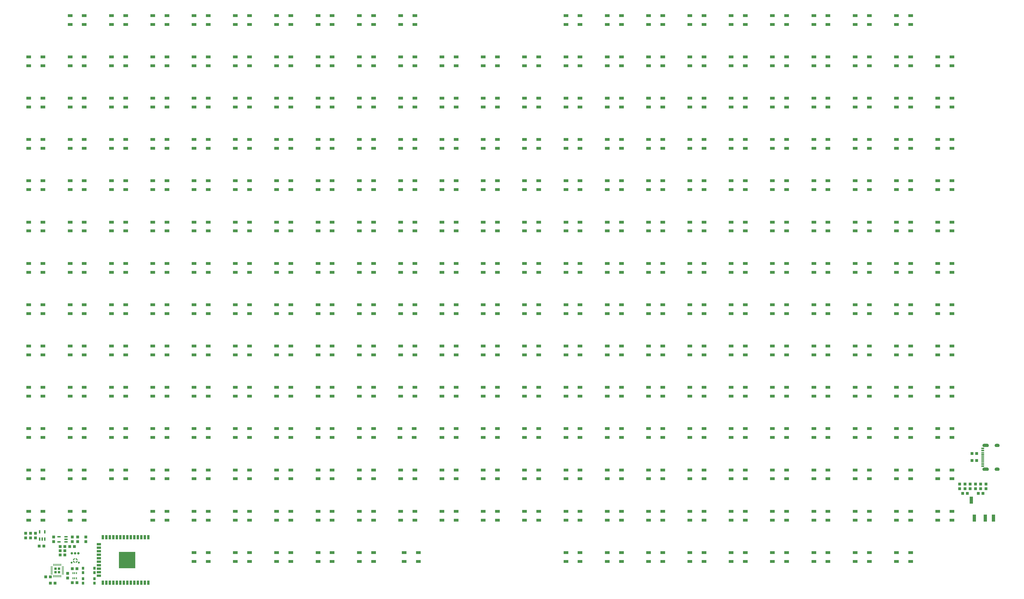
<source format=gtp>
G04 EAGLE Gerber RS-274X export*
G75*
%MOMM*%
%FSLAX34Y34*%
%LPD*%
%INSolderpaste Top*%
%IPPOS*%
%AMOC8*
5,1,8,0,0,1.08239X$1,22.5*%
G01*
%ADD10R,1.000000X1.100000*%
%ADD11R,0.300000X0.660000*%
%ADD12R,1.100000X1.000000*%
%ADD13R,0.900000X1.000000*%
%ADD14R,0.900000X1.500000*%
%ADD15R,1.500000X0.900000*%
%ADD16R,6.000000X6.000000*%
%ADD17R,0.550000X1.200000*%
%ADD18R,1.016000X0.300000*%
%ADD19R,1.016000X0.600000*%
%ADD20R,1.016000X0.550000*%
%ADD21R,1.200000X2.500000*%
%ADD22C,0.030000*%
%ADD23C,0.700000*%
%ADD24C,0.900000*%
%ADD25R,1.200000X0.550000*%
%ADD26R,1.651000X1.000000*%

G36*
X3547855Y511584D02*
X3547855Y511584D01*
X3547858Y511581D01*
X3549125Y511786D01*
X3549131Y511792D01*
X3549136Y511789D01*
X3550325Y512271D01*
X3550329Y512278D01*
X3550335Y512276D01*
X3551388Y513010D01*
X3551390Y513018D01*
X3551396Y513017D01*
X3552259Y513967D01*
X3552260Y513976D01*
X3552265Y513976D01*
X3552895Y515095D01*
X3552894Y515103D01*
X3552900Y515105D01*
X3553265Y516335D01*
X3553262Y516342D01*
X3553266Y516345D01*
X3553265Y516345D01*
X3553267Y516346D01*
X3553349Y517627D01*
X3553347Y517631D01*
X3553349Y517633D01*
X3553267Y518914D01*
X3553261Y518920D01*
X3553265Y518925D01*
X3552900Y520155D01*
X3552893Y520160D01*
X3552895Y520165D01*
X3552265Y521284D01*
X3552258Y521287D01*
X3552259Y521293D01*
X3551396Y522243D01*
X3551388Y522244D01*
X3551388Y522250D01*
X3550335Y522984D01*
X3550327Y522984D01*
X3550325Y522989D01*
X3549136Y523471D01*
X3549128Y523469D01*
X3549125Y523474D01*
X3547858Y523679D01*
X3547853Y523676D01*
X3547850Y523679D01*
X3535850Y523679D01*
X3535846Y523676D01*
X3535843Y523679D01*
X3534721Y523524D01*
X3534716Y523519D01*
X3534712Y523522D01*
X3533641Y523151D01*
X3533637Y523145D01*
X3533632Y523147D01*
X3532655Y522574D01*
X3532652Y522568D01*
X3532647Y522569D01*
X3531800Y521816D01*
X3531798Y521809D01*
X3531793Y521809D01*
X3531109Y520906D01*
X3531109Y520899D01*
X3531104Y520898D01*
X3530609Y519879D01*
X3530611Y519872D01*
X3530609Y519871D01*
X3530606Y519870D01*
X3530319Y518773D01*
X3530322Y518767D01*
X3530318Y518764D01*
X3530251Y517633D01*
X3530253Y517629D01*
X3530251Y517627D01*
X3530318Y516496D01*
X3530323Y516491D01*
X3530319Y516487D01*
X3530606Y515390D01*
X3530612Y515386D01*
X3530609Y515381D01*
X3531104Y514362D01*
X3531110Y514359D01*
X3531109Y514354D01*
X3531793Y513451D01*
X3531800Y513449D01*
X3531800Y513444D01*
X3532647Y512691D01*
X3532654Y512691D01*
X3532655Y512686D01*
X3533632Y512113D01*
X3533639Y512114D01*
X3533641Y512109D01*
X3534712Y511738D01*
X3534718Y511741D01*
X3534721Y511736D01*
X3535843Y511581D01*
X3535848Y511584D01*
X3535850Y511581D01*
X3547850Y511581D01*
X3547855Y511584D01*
G37*
G36*
X3547855Y425184D02*
X3547855Y425184D01*
X3547858Y425181D01*
X3549125Y425386D01*
X3549131Y425392D01*
X3549136Y425389D01*
X3550325Y425871D01*
X3550329Y425878D01*
X3550335Y425876D01*
X3551388Y426610D01*
X3551390Y426618D01*
X3551396Y426617D01*
X3552259Y427567D01*
X3552260Y427576D01*
X3552265Y427576D01*
X3552895Y428695D01*
X3552894Y428703D01*
X3552900Y428705D01*
X3553265Y429935D01*
X3553262Y429942D01*
X3553266Y429945D01*
X3553265Y429945D01*
X3553267Y429946D01*
X3553349Y431227D01*
X3553347Y431231D01*
X3553349Y431233D01*
X3553267Y432514D01*
X3553261Y432520D01*
X3553265Y432525D01*
X3552900Y433755D01*
X3552893Y433760D01*
X3552895Y433765D01*
X3552265Y434884D01*
X3552258Y434887D01*
X3552259Y434893D01*
X3551396Y435843D01*
X3551388Y435844D01*
X3551388Y435850D01*
X3550335Y436584D01*
X3550327Y436584D01*
X3550325Y436589D01*
X3549136Y437071D01*
X3549128Y437069D01*
X3549125Y437074D01*
X3547858Y437279D01*
X3547853Y437276D01*
X3547850Y437279D01*
X3535850Y437279D01*
X3535846Y437276D01*
X3535843Y437279D01*
X3534721Y437124D01*
X3534716Y437119D01*
X3534712Y437122D01*
X3533641Y436751D01*
X3533637Y436745D01*
X3533632Y436747D01*
X3532655Y436174D01*
X3532652Y436168D01*
X3532647Y436169D01*
X3531800Y435416D01*
X3531798Y435409D01*
X3531793Y435409D01*
X3531109Y434506D01*
X3531109Y434499D01*
X3531104Y434498D01*
X3530609Y433479D01*
X3530611Y433472D01*
X3530609Y433471D01*
X3530606Y433470D01*
X3530319Y432373D01*
X3530322Y432367D01*
X3530318Y432364D01*
X3530251Y431233D01*
X3530253Y431229D01*
X3530251Y431227D01*
X3530318Y430096D01*
X3530323Y430091D01*
X3530319Y430087D01*
X3530606Y428990D01*
X3530612Y428986D01*
X3530609Y428981D01*
X3531104Y427962D01*
X3531110Y427959D01*
X3531109Y427954D01*
X3531793Y427051D01*
X3531800Y427049D01*
X3531800Y427044D01*
X3532647Y426291D01*
X3532654Y426291D01*
X3532655Y426286D01*
X3533632Y425713D01*
X3533639Y425714D01*
X3533641Y425709D01*
X3534712Y425338D01*
X3534718Y425341D01*
X3534721Y425336D01*
X3535843Y425181D01*
X3535848Y425184D01*
X3535850Y425181D01*
X3547850Y425181D01*
X3547855Y425184D01*
G37*
G36*
X3586654Y511583D02*
X3586654Y511583D01*
X3586656Y511581D01*
X3587985Y511736D01*
X3587991Y511742D01*
X3587995Y511739D01*
X3589256Y512186D01*
X3589261Y512193D01*
X3589266Y512191D01*
X3590396Y512908D01*
X3590399Y512915D01*
X3590405Y512914D01*
X3591347Y513865D01*
X3591348Y513873D01*
X3591354Y513873D01*
X3592061Y515009D01*
X3592061Y515014D01*
X3592062Y515015D01*
X3592061Y515017D01*
X3592066Y515019D01*
X3592502Y516284D01*
X3592500Y516292D01*
X3592505Y516295D01*
X3592649Y517625D01*
X3592645Y517631D01*
X3592649Y517635D01*
X3592539Y518801D01*
X3592534Y518806D01*
X3592537Y518810D01*
X3592202Y519933D01*
X3592196Y519937D01*
X3592198Y519941D01*
X3591650Y520977D01*
X3591644Y520980D01*
X3591645Y520985D01*
X3590906Y521893D01*
X3590899Y521895D01*
X3590899Y521900D01*
X3589997Y522647D01*
X3589990Y522647D01*
X3589989Y522653D01*
X3588958Y523209D01*
X3588951Y523208D01*
X3588949Y523213D01*
X3587830Y523557D01*
X3587823Y523555D01*
X3587820Y523559D01*
X3586655Y523679D01*
X3586652Y523677D01*
X3586650Y523679D01*
X3580650Y523679D01*
X3580647Y523677D01*
X3580645Y523679D01*
X3579469Y523568D01*
X3579464Y523563D01*
X3579460Y523566D01*
X3578328Y523228D01*
X3578324Y523222D01*
X3578319Y523224D01*
X3577275Y522672D01*
X3577272Y522665D01*
X3577267Y522667D01*
X3576351Y521921D01*
X3576350Y521914D01*
X3576344Y521914D01*
X3575591Y521005D01*
X3575591Y520997D01*
X3575586Y520997D01*
X3575025Y519957D01*
X3575026Y519950D01*
X3575021Y519948D01*
X3574674Y518819D01*
X3574676Y518813D01*
X3574672Y518810D01*
X3574551Y517635D01*
X3574555Y517628D01*
X3574551Y517624D01*
X3574708Y516284D01*
X3574713Y516278D01*
X3574710Y516273D01*
X3575161Y515002D01*
X3575168Y514997D01*
X3575166Y514992D01*
X3575888Y513853D01*
X3575896Y513850D01*
X3575895Y513844D01*
X3576853Y512894D01*
X3576861Y512893D01*
X3576862Y512887D01*
X3578007Y512174D01*
X3578016Y512175D01*
X3578017Y512169D01*
X3579293Y511729D01*
X3579300Y511731D01*
X3579302Y511729D01*
X3579303Y511727D01*
X3580645Y511581D01*
X3580648Y511583D01*
X3580650Y511581D01*
X3586650Y511581D01*
X3586654Y511583D01*
G37*
G36*
X3586654Y425183D02*
X3586654Y425183D01*
X3586656Y425181D01*
X3587985Y425336D01*
X3587991Y425342D01*
X3587995Y425339D01*
X3589256Y425786D01*
X3589261Y425793D01*
X3589266Y425791D01*
X3590396Y426508D01*
X3590399Y426515D01*
X3590405Y426514D01*
X3591347Y427465D01*
X3591348Y427473D01*
X3591354Y427473D01*
X3592061Y428609D01*
X3592061Y428614D01*
X3592062Y428615D01*
X3592061Y428617D01*
X3592066Y428619D01*
X3592502Y429884D01*
X3592500Y429892D01*
X3592505Y429895D01*
X3592649Y431225D01*
X3592645Y431231D01*
X3592649Y431235D01*
X3592539Y432401D01*
X3592534Y432406D01*
X3592537Y432410D01*
X3592202Y433533D01*
X3592196Y433537D01*
X3592198Y433541D01*
X3591650Y434577D01*
X3591644Y434580D01*
X3591645Y434585D01*
X3590906Y435493D01*
X3590899Y435495D01*
X3590899Y435500D01*
X3589997Y436247D01*
X3589990Y436247D01*
X3589989Y436253D01*
X3588958Y436809D01*
X3588951Y436808D01*
X3588949Y436813D01*
X3587830Y437157D01*
X3587823Y437155D01*
X3587820Y437159D01*
X3586655Y437279D01*
X3586652Y437277D01*
X3586650Y437279D01*
X3580650Y437279D01*
X3580647Y437277D01*
X3580645Y437279D01*
X3579469Y437168D01*
X3579464Y437163D01*
X3579460Y437166D01*
X3578328Y436828D01*
X3578324Y436822D01*
X3578319Y436824D01*
X3577275Y436272D01*
X3577272Y436265D01*
X3577267Y436267D01*
X3576351Y435521D01*
X3576350Y435514D01*
X3576344Y435514D01*
X3575591Y434605D01*
X3575591Y434597D01*
X3575586Y434597D01*
X3575025Y433557D01*
X3575026Y433550D01*
X3575021Y433548D01*
X3574674Y432419D01*
X3574676Y432413D01*
X3574672Y432410D01*
X3574551Y431235D01*
X3574555Y431228D01*
X3574551Y431224D01*
X3574708Y429884D01*
X3574713Y429878D01*
X3574710Y429873D01*
X3575161Y428602D01*
X3575168Y428597D01*
X3575166Y428592D01*
X3575888Y427453D01*
X3575896Y427450D01*
X3575895Y427444D01*
X3576853Y426494D01*
X3576861Y426493D01*
X3576862Y426487D01*
X3578007Y425774D01*
X3578016Y425775D01*
X3578017Y425769D01*
X3579293Y425329D01*
X3579300Y425331D01*
X3579302Y425329D01*
X3579303Y425327D01*
X3580645Y425181D01*
X3580648Y425183D01*
X3580650Y425181D01*
X3586650Y425181D01*
X3586654Y425183D01*
G37*
G36*
X168865Y65377D02*
X168865Y65377D01*
X168931Y65379D01*
X168974Y65397D01*
X169021Y65405D01*
X169078Y65439D01*
X169138Y65464D01*
X169173Y65495D01*
X169214Y65520D01*
X169256Y65571D01*
X169304Y65615D01*
X169326Y65657D01*
X169355Y65694D01*
X169376Y65756D01*
X169407Y65815D01*
X169415Y65869D01*
X169427Y65906D01*
X169426Y65946D01*
X169434Y66000D01*
X169434Y73500D01*
X169423Y73565D01*
X169421Y73631D01*
X169403Y73674D01*
X169395Y73721D01*
X169361Y73778D01*
X169336Y73838D01*
X169305Y73873D01*
X169280Y73914D01*
X169229Y73956D01*
X169185Y74004D01*
X169143Y74026D01*
X169106Y74055D01*
X169044Y74076D01*
X168985Y74107D01*
X168931Y74115D01*
X168894Y74127D01*
X168854Y74126D01*
X168800Y74134D01*
X161300Y74134D01*
X161235Y74123D01*
X161169Y74121D01*
X161126Y74103D01*
X161079Y74095D01*
X161022Y74061D01*
X160962Y74036D01*
X160927Y74005D01*
X160886Y73980D01*
X160845Y73929D01*
X160796Y73885D01*
X160774Y73843D01*
X160745Y73806D01*
X160724Y73744D01*
X160693Y73685D01*
X160685Y73631D01*
X160673Y73594D01*
X160674Y73554D01*
X160666Y73500D01*
X160666Y66000D01*
X160677Y65935D01*
X160679Y65869D01*
X160697Y65826D01*
X160705Y65779D01*
X160739Y65722D01*
X160764Y65662D01*
X160795Y65627D01*
X160820Y65586D01*
X160871Y65545D01*
X160915Y65496D01*
X160957Y65474D01*
X160994Y65445D01*
X161056Y65424D01*
X161115Y65393D01*
X161169Y65385D01*
X161206Y65373D01*
X161246Y65374D01*
X161300Y65366D01*
X168800Y65366D01*
X168865Y65377D01*
G37*
G36*
X181365Y65377D02*
X181365Y65377D01*
X181431Y65379D01*
X181474Y65397D01*
X181521Y65405D01*
X181578Y65439D01*
X181638Y65464D01*
X181673Y65495D01*
X181714Y65520D01*
X181756Y65571D01*
X181804Y65615D01*
X181826Y65657D01*
X181855Y65694D01*
X181876Y65756D01*
X181907Y65815D01*
X181915Y65869D01*
X181927Y65906D01*
X181926Y65946D01*
X181934Y66000D01*
X181934Y73500D01*
X181923Y73565D01*
X181921Y73631D01*
X181903Y73674D01*
X181895Y73721D01*
X181861Y73778D01*
X181836Y73838D01*
X181805Y73873D01*
X181780Y73914D01*
X181729Y73956D01*
X181685Y74004D01*
X181643Y74026D01*
X181606Y74055D01*
X181544Y74076D01*
X181485Y74107D01*
X181431Y74115D01*
X181394Y74127D01*
X181354Y74126D01*
X181300Y74134D01*
X173800Y74134D01*
X173735Y74123D01*
X173669Y74121D01*
X173626Y74103D01*
X173579Y74095D01*
X173522Y74061D01*
X173462Y74036D01*
X173427Y74005D01*
X173386Y73980D01*
X173345Y73929D01*
X173296Y73885D01*
X173274Y73843D01*
X173245Y73806D01*
X173224Y73744D01*
X173193Y73685D01*
X173185Y73631D01*
X173173Y73594D01*
X173174Y73554D01*
X173166Y73500D01*
X173166Y66000D01*
X173177Y65935D01*
X173179Y65869D01*
X173197Y65826D01*
X173205Y65779D01*
X173239Y65722D01*
X173264Y65662D01*
X173295Y65627D01*
X173320Y65586D01*
X173371Y65545D01*
X173415Y65496D01*
X173457Y65474D01*
X173494Y65445D01*
X173556Y65424D01*
X173615Y65393D01*
X173669Y65385D01*
X173706Y65373D01*
X173746Y65374D01*
X173800Y65366D01*
X181300Y65366D01*
X181365Y65377D01*
G37*
G36*
X181365Y52877D02*
X181365Y52877D01*
X181431Y52879D01*
X181474Y52897D01*
X181521Y52905D01*
X181578Y52939D01*
X181638Y52964D01*
X181673Y52995D01*
X181714Y53020D01*
X181756Y53071D01*
X181804Y53115D01*
X181826Y53157D01*
X181855Y53194D01*
X181876Y53256D01*
X181907Y53315D01*
X181915Y53369D01*
X181927Y53406D01*
X181926Y53446D01*
X181934Y53500D01*
X181934Y61000D01*
X181923Y61065D01*
X181921Y61131D01*
X181903Y61174D01*
X181895Y61221D01*
X181861Y61278D01*
X181836Y61338D01*
X181805Y61373D01*
X181780Y61414D01*
X181729Y61456D01*
X181685Y61504D01*
X181643Y61526D01*
X181606Y61555D01*
X181544Y61576D01*
X181485Y61607D01*
X181431Y61615D01*
X181394Y61627D01*
X181354Y61626D01*
X181300Y61634D01*
X173800Y61634D01*
X173735Y61623D01*
X173669Y61621D01*
X173626Y61603D01*
X173579Y61595D01*
X173522Y61561D01*
X173462Y61536D01*
X173427Y61505D01*
X173386Y61480D01*
X173345Y61429D01*
X173296Y61385D01*
X173274Y61343D01*
X173245Y61306D01*
X173224Y61244D01*
X173193Y61185D01*
X173185Y61131D01*
X173173Y61094D01*
X173174Y61054D01*
X173166Y61000D01*
X173166Y53500D01*
X173177Y53435D01*
X173179Y53369D01*
X173197Y53326D01*
X173205Y53279D01*
X173239Y53222D01*
X173264Y53162D01*
X173295Y53127D01*
X173320Y53086D01*
X173371Y53045D01*
X173415Y52996D01*
X173457Y52974D01*
X173494Y52945D01*
X173556Y52924D01*
X173615Y52893D01*
X173669Y52885D01*
X173706Y52873D01*
X173746Y52874D01*
X173800Y52866D01*
X181300Y52866D01*
X181365Y52877D01*
G37*
G36*
X168865Y52877D02*
X168865Y52877D01*
X168931Y52879D01*
X168974Y52897D01*
X169021Y52905D01*
X169078Y52939D01*
X169138Y52964D01*
X169173Y52995D01*
X169214Y53020D01*
X169256Y53071D01*
X169304Y53115D01*
X169326Y53157D01*
X169355Y53194D01*
X169376Y53256D01*
X169407Y53315D01*
X169415Y53369D01*
X169427Y53406D01*
X169426Y53446D01*
X169434Y53500D01*
X169434Y61000D01*
X169423Y61065D01*
X169421Y61131D01*
X169403Y61174D01*
X169395Y61221D01*
X169361Y61278D01*
X169336Y61338D01*
X169305Y61373D01*
X169280Y61414D01*
X169229Y61456D01*
X169185Y61504D01*
X169143Y61526D01*
X169106Y61555D01*
X169044Y61576D01*
X168985Y61607D01*
X168931Y61615D01*
X168894Y61627D01*
X168854Y61626D01*
X168800Y61634D01*
X161300Y61634D01*
X161235Y61623D01*
X161169Y61621D01*
X161126Y61603D01*
X161079Y61595D01*
X161022Y61561D01*
X160962Y61536D01*
X160927Y61505D01*
X160886Y61480D01*
X160845Y61429D01*
X160796Y61385D01*
X160774Y61343D01*
X160745Y61306D01*
X160724Y61244D01*
X160693Y61185D01*
X160685Y61131D01*
X160673Y61094D01*
X160674Y61054D01*
X160666Y61000D01*
X160666Y53500D01*
X160677Y53435D01*
X160679Y53369D01*
X160697Y53326D01*
X160705Y53279D01*
X160739Y53222D01*
X160764Y53162D01*
X160795Y53127D01*
X160820Y53086D01*
X160871Y53045D01*
X160915Y52996D01*
X160957Y52974D01*
X160994Y52945D01*
X161056Y52924D01*
X161115Y52893D01*
X161169Y52885D01*
X161206Y52873D01*
X161246Y52874D01*
X161300Y52866D01*
X168800Y52866D01*
X168865Y52877D01*
G37*
G36*
X180047Y80087D02*
X180047Y80087D01*
X180042Y80094D01*
X180049Y80100D01*
X180049Y87900D01*
X180013Y87947D01*
X180006Y87942D01*
X180000Y87949D01*
X177600Y87949D01*
X177553Y87913D01*
X177558Y87906D01*
X177551Y87900D01*
X177551Y80100D01*
X177587Y80053D01*
X177594Y80058D01*
X177600Y80051D01*
X180000Y80051D01*
X180047Y80087D01*
G37*
G36*
X165047Y80087D02*
X165047Y80087D01*
X165042Y80094D01*
X165049Y80100D01*
X165049Y87900D01*
X165013Y87947D01*
X165006Y87942D01*
X165000Y87949D01*
X162600Y87949D01*
X162553Y87913D01*
X162558Y87906D01*
X162551Y87900D01*
X162551Y80100D01*
X162587Y80053D01*
X162594Y80058D01*
X162600Y80051D01*
X165000Y80051D01*
X165047Y80087D01*
G37*
G36*
X185047Y80087D02*
X185047Y80087D01*
X185042Y80094D01*
X185049Y80100D01*
X185049Y87900D01*
X185013Y87947D01*
X185006Y87942D01*
X185000Y87949D01*
X182600Y87949D01*
X182553Y87913D01*
X182558Y87906D01*
X182551Y87900D01*
X182551Y80100D01*
X182587Y80053D01*
X182594Y80058D01*
X182600Y80051D01*
X185000Y80051D01*
X185047Y80087D01*
G37*
G36*
X175047Y80087D02*
X175047Y80087D01*
X175042Y80094D01*
X175049Y80100D01*
X175049Y87900D01*
X175013Y87947D01*
X175006Y87942D01*
X175000Y87949D01*
X172600Y87949D01*
X172553Y87913D01*
X172558Y87906D01*
X172551Y87900D01*
X172551Y80100D01*
X172587Y80053D01*
X172594Y80058D01*
X172600Y80051D01*
X175000Y80051D01*
X175047Y80087D01*
G37*
G36*
X170047Y80087D02*
X170047Y80087D01*
X170042Y80094D01*
X170049Y80100D01*
X170049Y87900D01*
X170013Y87947D01*
X170006Y87942D01*
X170000Y87949D01*
X167600Y87949D01*
X167553Y87913D01*
X167558Y87906D01*
X167551Y87900D01*
X167551Y80100D01*
X167587Y80053D01*
X167594Y80058D01*
X167600Y80051D01*
X170000Y80051D01*
X170047Y80087D01*
G37*
G36*
X160047Y80087D02*
X160047Y80087D01*
X160042Y80094D01*
X160049Y80100D01*
X160049Y87900D01*
X160013Y87947D01*
X160006Y87942D01*
X160000Y87949D01*
X157600Y87949D01*
X157553Y87913D01*
X157558Y87906D01*
X157551Y87900D01*
X157551Y80100D01*
X157587Y80053D01*
X157594Y80058D01*
X157600Y80051D01*
X160000Y80051D01*
X160047Y80087D01*
G37*
G36*
X195747Y74787D02*
X195747Y74787D01*
X195742Y74794D01*
X195749Y74800D01*
X195749Y77200D01*
X195713Y77247D01*
X195706Y77242D01*
X195700Y77249D01*
X187900Y77249D01*
X187853Y77213D01*
X187858Y77206D01*
X187851Y77200D01*
X187851Y74800D01*
X187887Y74753D01*
X187894Y74758D01*
X187900Y74751D01*
X195700Y74751D01*
X195747Y74787D01*
G37*
G36*
X154747Y74787D02*
X154747Y74787D01*
X154742Y74794D01*
X154749Y74800D01*
X154749Y77200D01*
X154713Y77247D01*
X154706Y77242D01*
X154700Y77249D01*
X146900Y77249D01*
X146853Y77213D01*
X146858Y77206D01*
X146851Y77200D01*
X146851Y74800D01*
X146887Y74753D01*
X146894Y74758D01*
X146900Y74751D01*
X154700Y74751D01*
X154747Y74787D01*
G37*
G36*
X195747Y69787D02*
X195747Y69787D01*
X195742Y69794D01*
X195749Y69800D01*
X195749Y72200D01*
X195713Y72247D01*
X195706Y72242D01*
X195700Y72249D01*
X187900Y72249D01*
X187853Y72213D01*
X187858Y72206D01*
X187851Y72200D01*
X187851Y69800D01*
X187887Y69753D01*
X187894Y69758D01*
X187900Y69751D01*
X195700Y69751D01*
X195747Y69787D01*
G37*
G36*
X154747Y69787D02*
X154747Y69787D01*
X154742Y69794D01*
X154749Y69800D01*
X154749Y72200D01*
X154713Y72247D01*
X154706Y72242D01*
X154700Y72249D01*
X146900Y72249D01*
X146853Y72213D01*
X146858Y72206D01*
X146851Y72200D01*
X146851Y69800D01*
X146887Y69753D01*
X146894Y69758D01*
X146900Y69751D01*
X154700Y69751D01*
X154747Y69787D01*
G37*
G36*
X195747Y64787D02*
X195747Y64787D01*
X195742Y64794D01*
X195749Y64800D01*
X195749Y67200D01*
X195713Y67247D01*
X195706Y67242D01*
X195700Y67249D01*
X187900Y67249D01*
X187853Y67213D01*
X187858Y67206D01*
X187851Y67200D01*
X187851Y64800D01*
X187887Y64753D01*
X187894Y64758D01*
X187900Y64751D01*
X195700Y64751D01*
X195747Y64787D01*
G37*
G36*
X154747Y64787D02*
X154747Y64787D01*
X154742Y64794D01*
X154749Y64800D01*
X154749Y67200D01*
X154713Y67247D01*
X154706Y67242D01*
X154700Y67249D01*
X146900Y67249D01*
X146853Y67213D01*
X146858Y67206D01*
X146851Y67200D01*
X146851Y64800D01*
X146887Y64753D01*
X146894Y64758D01*
X146900Y64751D01*
X154700Y64751D01*
X154747Y64787D01*
G37*
G36*
X154747Y59787D02*
X154747Y59787D01*
X154742Y59794D01*
X154749Y59800D01*
X154749Y62200D01*
X154713Y62247D01*
X154706Y62242D01*
X154700Y62249D01*
X146900Y62249D01*
X146853Y62213D01*
X146858Y62206D01*
X146851Y62200D01*
X146851Y59800D01*
X146887Y59753D01*
X146894Y59758D01*
X146900Y59751D01*
X154700Y59751D01*
X154747Y59787D01*
G37*
G36*
X195747Y59787D02*
X195747Y59787D01*
X195742Y59794D01*
X195749Y59800D01*
X195749Y62200D01*
X195713Y62247D01*
X195706Y62242D01*
X195700Y62249D01*
X187900Y62249D01*
X187853Y62213D01*
X187858Y62206D01*
X187851Y62200D01*
X187851Y59800D01*
X187887Y59753D01*
X187894Y59758D01*
X187900Y59751D01*
X195700Y59751D01*
X195747Y59787D01*
G37*
G36*
X195747Y54787D02*
X195747Y54787D01*
X195742Y54794D01*
X195749Y54800D01*
X195749Y57200D01*
X195713Y57247D01*
X195706Y57242D01*
X195700Y57249D01*
X187900Y57249D01*
X187853Y57213D01*
X187858Y57206D01*
X187851Y57200D01*
X187851Y54800D01*
X187887Y54753D01*
X187894Y54758D01*
X187900Y54751D01*
X195700Y54751D01*
X195747Y54787D01*
G37*
G36*
X154747Y54787D02*
X154747Y54787D01*
X154742Y54794D01*
X154749Y54800D01*
X154749Y57200D01*
X154713Y57247D01*
X154706Y57242D01*
X154700Y57249D01*
X146900Y57249D01*
X146853Y57213D01*
X146858Y57206D01*
X146851Y57200D01*
X146851Y54800D01*
X146887Y54753D01*
X146894Y54758D01*
X146900Y54751D01*
X154700Y54751D01*
X154747Y54787D01*
G37*
G36*
X195747Y49787D02*
X195747Y49787D01*
X195742Y49794D01*
X195749Y49800D01*
X195749Y52200D01*
X195713Y52247D01*
X195706Y52242D01*
X195700Y52249D01*
X187900Y52249D01*
X187853Y52213D01*
X187858Y52206D01*
X187851Y52200D01*
X187851Y49800D01*
X187887Y49753D01*
X187894Y49758D01*
X187900Y49751D01*
X195700Y49751D01*
X195747Y49787D01*
G37*
G36*
X154747Y49787D02*
X154747Y49787D01*
X154742Y49794D01*
X154749Y49800D01*
X154749Y52200D01*
X154713Y52247D01*
X154706Y52242D01*
X154700Y52249D01*
X146900Y52249D01*
X146853Y52213D01*
X146858Y52206D01*
X146851Y52200D01*
X146851Y49800D01*
X146887Y49753D01*
X146894Y49758D01*
X146900Y49751D01*
X154700Y49751D01*
X154747Y49787D01*
G37*
G36*
X170047Y39087D02*
X170047Y39087D01*
X170042Y39094D01*
X170049Y39100D01*
X170049Y46900D01*
X170013Y46947D01*
X170006Y46942D01*
X170000Y46949D01*
X167600Y46949D01*
X167553Y46913D01*
X167558Y46906D01*
X167551Y46900D01*
X167551Y39100D01*
X167587Y39053D01*
X167594Y39058D01*
X167600Y39051D01*
X170000Y39051D01*
X170047Y39087D01*
G37*
G36*
X180047Y39087D02*
X180047Y39087D01*
X180042Y39094D01*
X180049Y39100D01*
X180049Y46900D01*
X180013Y46947D01*
X180006Y46942D01*
X180000Y46949D01*
X177600Y46949D01*
X177553Y46913D01*
X177558Y46906D01*
X177551Y46900D01*
X177551Y39100D01*
X177587Y39053D01*
X177594Y39058D01*
X177600Y39051D01*
X180000Y39051D01*
X180047Y39087D01*
G37*
G36*
X160047Y39087D02*
X160047Y39087D01*
X160042Y39094D01*
X160049Y39100D01*
X160049Y46900D01*
X160013Y46947D01*
X160006Y46942D01*
X160000Y46949D01*
X157600Y46949D01*
X157553Y46913D01*
X157558Y46906D01*
X157551Y46900D01*
X157551Y39100D01*
X157587Y39053D01*
X157594Y39058D01*
X157600Y39051D01*
X160000Y39051D01*
X160047Y39087D01*
G37*
G36*
X175047Y39087D02*
X175047Y39087D01*
X175042Y39094D01*
X175049Y39100D01*
X175049Y46900D01*
X175013Y46947D01*
X175006Y46942D01*
X175000Y46949D01*
X172600Y46949D01*
X172553Y46913D01*
X172558Y46906D01*
X172551Y46900D01*
X172551Y39100D01*
X172587Y39053D01*
X172594Y39058D01*
X172600Y39051D01*
X175000Y39051D01*
X175047Y39087D01*
G37*
G36*
X165047Y39087D02*
X165047Y39087D01*
X165042Y39094D01*
X165049Y39100D01*
X165049Y46900D01*
X165013Y46947D01*
X165006Y46942D01*
X165000Y46949D01*
X162600Y46949D01*
X162553Y46913D01*
X162558Y46906D01*
X162551Y46900D01*
X162551Y39100D01*
X162587Y39053D01*
X162594Y39058D01*
X162600Y39051D01*
X165000Y39051D01*
X165047Y39087D01*
G37*
G36*
X185047Y39087D02*
X185047Y39087D01*
X185042Y39094D01*
X185049Y39100D01*
X185049Y46900D01*
X185013Y46947D01*
X185006Y46942D01*
X185000Y46949D01*
X182600Y46949D01*
X182553Y46913D01*
X182558Y46906D01*
X182551Y46900D01*
X182551Y39100D01*
X182587Y39053D01*
X182594Y39058D01*
X182600Y39051D01*
X185000Y39051D01*
X185047Y39087D01*
G37*
D10*
X92000Y198500D03*
X92000Y181500D03*
D11*
X228300Y35250D03*
X234800Y53650D03*
X241300Y53650D03*
X228300Y53650D03*
X234800Y35250D03*
X241300Y35250D03*
D12*
X146600Y17900D03*
X163600Y17900D03*
X226300Y19050D03*
X243300Y19050D03*
X226300Y69850D03*
X243300Y69850D03*
D10*
X209400Y52950D03*
X209400Y35950D03*
D13*
X265100Y55500D03*
X265100Y71500D03*
X306100Y71500D03*
X306100Y55500D03*
X306100Y33400D03*
X306100Y17400D03*
X265100Y17400D03*
X265100Y33400D03*
D14*
X502300Y183980D03*
X489600Y183980D03*
X476900Y183980D03*
X464200Y183980D03*
X451500Y183980D03*
X438800Y183980D03*
X426100Y183980D03*
X413400Y183980D03*
X400700Y183980D03*
X388000Y183980D03*
X375300Y183980D03*
X362600Y183980D03*
X349900Y183980D03*
X337200Y183980D03*
D15*
X322300Y158750D03*
X322300Y146050D03*
X322300Y133350D03*
X322300Y120650D03*
X322300Y107950D03*
X322300Y95250D03*
X322300Y82550D03*
X322300Y69850D03*
X322300Y57150D03*
X322300Y44450D03*
D14*
X337200Y19220D03*
X349900Y19220D03*
X362600Y19220D03*
X375300Y19220D03*
X388000Y19220D03*
X400700Y19220D03*
X413400Y19220D03*
X426100Y19220D03*
X438800Y19220D03*
X451500Y19220D03*
X464200Y19220D03*
X476900Y19220D03*
X489600Y19220D03*
X502300Y19220D03*
D16*
X425300Y101600D03*
D17*
X107200Y177799D03*
X116700Y177799D03*
X126200Y177799D03*
X126200Y203801D03*
X107200Y203801D03*
D18*
X3531110Y481930D03*
X3531110Y476930D03*
D19*
X3531110Y506680D03*
D20*
X3531110Y498930D03*
D18*
X3531110Y491930D03*
X3531110Y486930D03*
X3531110Y466930D03*
X3531110Y471930D03*
D19*
X3531110Y442180D03*
D20*
X3531110Y449930D03*
D18*
X3531110Y456930D03*
X3531110Y461930D03*
D12*
X3492400Y488400D03*
X3509400Y488400D03*
X3492400Y463000D03*
X3509400Y463000D03*
D21*
X3500500Y253500D03*
X3489500Y318500D03*
X3540500Y253500D03*
X3570500Y253500D03*
D22*
X233917Y108047D02*
X234697Y105462D01*
X234553Y105413D01*
X234411Y105360D01*
X234270Y105303D01*
X234131Y105243D01*
X233993Y105179D01*
X233857Y105112D01*
X233722Y105042D01*
X233590Y104968D01*
X233459Y104890D01*
X233331Y104809D01*
X233204Y104725D01*
X233080Y104638D01*
X232958Y104548D01*
X232838Y104454D01*
X232721Y104358D01*
X232606Y104259D01*
X232494Y104156D01*
X232385Y104051D01*
X232278Y103943D01*
X232174Y103833D01*
X232073Y103719D01*
X231974Y103604D01*
X231879Y103485D01*
X231787Y103365D01*
X231698Y103242D01*
X231612Y103117D01*
X231529Y102989D01*
X231450Y102860D01*
X231374Y102729D01*
X231301Y102595D01*
X231232Y102460D01*
X231166Y102323D01*
X231103Y102185D01*
X231045Y102045D01*
X230989Y101904D01*
X230938Y101761D01*
X230890Y101617D01*
X228297Y102370D01*
X228361Y102568D01*
X228429Y102764D01*
X228502Y102958D01*
X228580Y103151D01*
X228662Y103341D01*
X228749Y103530D01*
X228841Y103716D01*
X228937Y103900D01*
X229037Y104082D01*
X229142Y104261D01*
X229251Y104438D01*
X229364Y104612D01*
X229481Y104783D01*
X229602Y104952D01*
X229728Y105117D01*
X229857Y105280D01*
X229990Y105439D01*
X230127Y105595D01*
X230268Y105748D01*
X230412Y105897D01*
X230560Y106043D01*
X230711Y106185D01*
X230866Y106323D01*
X231024Y106458D01*
X231185Y106589D01*
X231349Y106716D01*
X231516Y106839D01*
X231686Y106958D01*
X231859Y107073D01*
X232035Y107184D01*
X232213Y107290D01*
X232394Y107392D01*
X232577Y107490D01*
X232762Y107583D01*
X232950Y107672D01*
X233140Y107757D01*
X233331Y107836D01*
X233525Y107912D01*
X233720Y107982D01*
X233917Y108048D01*
X233999Y107776D01*
X233809Y107712D01*
X233620Y107644D01*
X233433Y107571D01*
X233248Y107494D01*
X233065Y107413D01*
X232884Y107327D01*
X232705Y107237D01*
X232528Y107142D01*
X232353Y107043D01*
X232181Y106940D01*
X232012Y106833D01*
X231845Y106722D01*
X231680Y106607D01*
X231519Y106489D01*
X231360Y106366D01*
X231205Y106239D01*
X231052Y106109D01*
X230903Y105975D01*
X230757Y105838D01*
X230614Y105697D01*
X230474Y105553D01*
X230339Y105405D01*
X230206Y105255D01*
X230078Y105101D01*
X229953Y104944D01*
X229832Y104784D01*
X229714Y104622D01*
X229601Y104456D01*
X229492Y104288D01*
X229387Y104117D01*
X229285Y103944D01*
X229188Y103769D01*
X229096Y103591D01*
X229007Y103411D01*
X228923Y103229D01*
X228844Y103045D01*
X228768Y102859D01*
X228698Y102671D01*
X228631Y102482D01*
X228570Y102291D01*
X228842Y102212D01*
X228902Y102396D01*
X228966Y102578D01*
X229034Y102759D01*
X229107Y102939D01*
X229184Y103116D01*
X229265Y103292D01*
X229351Y103465D01*
X229440Y103637D01*
X229534Y103806D01*
X229631Y103973D01*
X229733Y104138D01*
X229838Y104300D01*
X229948Y104460D01*
X230061Y104617D01*
X230178Y104771D01*
X230298Y104922D01*
X230422Y105071D01*
X230550Y105216D01*
X230681Y105358D01*
X230816Y105497D01*
X230953Y105633D01*
X231094Y105766D01*
X231238Y105895D01*
X231386Y106020D01*
X231536Y106143D01*
X231689Y106261D01*
X231844Y106376D01*
X232003Y106487D01*
X232164Y106594D01*
X232328Y106697D01*
X232494Y106796D01*
X232662Y106892D01*
X232833Y106983D01*
X233005Y107070D01*
X233180Y107153D01*
X233357Y107232D01*
X233535Y107306D01*
X233716Y107377D01*
X233898Y107442D01*
X234081Y107504D01*
X234163Y107232D01*
X233982Y107171D01*
X233802Y107106D01*
X233624Y107036D01*
X233448Y106962D01*
X233274Y106883D01*
X233101Y106801D01*
X232931Y106714D01*
X232763Y106623D01*
X232597Y106528D01*
X232433Y106429D01*
X232272Y106325D01*
X232114Y106218D01*
X231958Y106107D01*
X231805Y105993D01*
X231655Y105874D01*
X231508Y105752D01*
X231364Y105627D01*
X231223Y105498D01*
X231085Y105365D01*
X230951Y105229D01*
X230820Y105090D01*
X230692Y104948D01*
X230568Y104802D01*
X230447Y104654D01*
X230330Y104503D01*
X230217Y104349D01*
X230108Y104192D01*
X230002Y104032D01*
X229901Y103870D01*
X229803Y103706D01*
X229710Y103539D01*
X229621Y103370D01*
X229536Y103199D01*
X229455Y103026D01*
X229378Y102850D01*
X229306Y102673D01*
X229238Y102495D01*
X229174Y102314D01*
X229115Y102133D01*
X229388Y102053D01*
X229445Y102228D01*
X229506Y102402D01*
X229572Y102573D01*
X229641Y102744D01*
X229715Y102912D01*
X229793Y103079D01*
X229875Y103243D01*
X229961Y103406D01*
X230051Y103566D01*
X230145Y103725D01*
X230243Y103881D01*
X230344Y104034D01*
X230449Y104185D01*
X230558Y104333D01*
X230671Y104479D01*
X230787Y104621D01*
X230906Y104761D01*
X231029Y104898D01*
X231155Y105032D01*
X231284Y105163D01*
X231417Y105290D01*
X231553Y105414D01*
X231691Y105535D01*
X231833Y105653D01*
X231977Y105767D01*
X232124Y105877D01*
X232274Y105984D01*
X232427Y106087D01*
X232581Y106186D01*
X232739Y106282D01*
X232898Y106373D01*
X233060Y106461D01*
X233224Y106544D01*
X233390Y106624D01*
X233557Y106700D01*
X233727Y106771D01*
X233898Y106838D01*
X234071Y106901D01*
X234245Y106960D01*
X234327Y106688D01*
X234160Y106632D01*
X233994Y106571D01*
X233829Y106506D01*
X233667Y106437D01*
X233505Y106365D01*
X233346Y106288D01*
X233189Y106208D01*
X233034Y106124D01*
X232880Y106035D01*
X232729Y105944D01*
X232581Y105848D01*
X232434Y105749D01*
X232290Y105647D01*
X232149Y105541D01*
X232010Y105431D01*
X231874Y105318D01*
X231741Y105202D01*
X231611Y105083D01*
X231484Y104960D01*
X231359Y104835D01*
X231238Y104706D01*
X231120Y104575D01*
X231005Y104440D01*
X230894Y104303D01*
X230786Y104163D01*
X230681Y104021D01*
X230580Y103876D01*
X230483Y103729D01*
X230389Y103579D01*
X230299Y103427D01*
X230212Y103273D01*
X230129Y103117D01*
X230051Y102959D01*
X229976Y102799D01*
X229905Y102637D01*
X229837Y102474D01*
X229774Y102309D01*
X229715Y102142D01*
X229661Y101974D01*
X229933Y101895D01*
X229986Y102056D01*
X230043Y102215D01*
X230103Y102374D01*
X230168Y102530D01*
X230236Y102686D01*
X230308Y102839D01*
X230384Y102991D01*
X230463Y103140D01*
X230546Y103288D01*
X230633Y103434D01*
X230723Y103577D01*
X230816Y103718D01*
X230913Y103857D01*
X231014Y103994D01*
X231117Y104128D01*
X231224Y104259D01*
X231334Y104388D01*
X231448Y104514D01*
X231564Y104638D01*
X231683Y104758D01*
X231805Y104875D01*
X231930Y104990D01*
X232058Y105101D01*
X232188Y105210D01*
X232321Y105315D01*
X232457Y105416D01*
X232595Y105515D01*
X232735Y105610D01*
X232877Y105701D01*
X233022Y105789D01*
X233169Y105874D01*
X233318Y105955D01*
X233469Y106032D01*
X233621Y106106D01*
X233776Y106175D01*
X233932Y106241D01*
X234090Y106303D01*
X234249Y106362D01*
X234409Y106416D01*
X234491Y106144D01*
X234338Y106092D01*
X234185Y106036D01*
X234035Y105976D01*
X233885Y105913D01*
X233737Y105846D01*
X233591Y105776D01*
X233447Y105702D01*
X233304Y105624D01*
X233164Y105543D01*
X233025Y105459D01*
X232889Y105371D01*
X232755Y105280D01*
X232623Y105186D01*
X232493Y105089D01*
X232366Y104988D01*
X232241Y104884D01*
X232119Y104778D01*
X231999Y104668D01*
X231882Y104556D01*
X231768Y104440D01*
X231657Y104322D01*
X231548Y104202D01*
X231443Y104078D01*
X231341Y103953D01*
X231241Y103824D01*
X231145Y103694D01*
X231052Y103561D01*
X230963Y103425D01*
X230877Y103288D01*
X230794Y103149D01*
X230714Y103007D01*
X230638Y102864D01*
X230565Y102719D01*
X230496Y102572D01*
X230431Y102424D01*
X230369Y102274D01*
X230311Y102122D01*
X230257Y101970D01*
X230206Y101815D01*
X230479Y101736D01*
X230529Y101887D01*
X230582Y102037D01*
X230640Y102185D01*
X230701Y102332D01*
X230765Y102477D01*
X230834Y102621D01*
X230905Y102763D01*
X230981Y102903D01*
X231060Y103041D01*
X231142Y103177D01*
X231227Y103311D01*
X231316Y103443D01*
X231408Y103573D01*
X231504Y103700D01*
X231602Y103825D01*
X231704Y103947D01*
X231809Y104067D01*
X231916Y104184D01*
X232027Y104299D01*
X232140Y104410D01*
X232256Y104519D01*
X232375Y104625D01*
X232496Y104728D01*
X232620Y104827D01*
X232746Y104924D01*
X232875Y105018D01*
X233006Y105108D01*
X233139Y105195D01*
X233274Y105278D01*
X233412Y105359D01*
X233551Y105435D01*
X233692Y105509D01*
X233835Y105578D01*
X233980Y105644D01*
X234126Y105707D01*
X234274Y105766D01*
X234423Y105821D01*
X234573Y105872D01*
X234655Y105600D01*
X234512Y105551D01*
X234370Y105498D01*
X234229Y105442D01*
X234090Y105383D01*
X233952Y105319D01*
X233816Y105253D01*
X233681Y105183D01*
X233548Y105110D01*
X233417Y105033D01*
X233289Y104953D01*
X233162Y104870D01*
X233037Y104784D01*
X232914Y104695D01*
X232794Y104603D01*
X232676Y104508D01*
X232560Y104410D01*
X232447Y104309D01*
X232336Y104205D01*
X232228Y104099D01*
X232123Y103990D01*
X232021Y103878D01*
X231921Y103764D01*
X231824Y103647D01*
X231730Y103528D01*
X231639Y103407D01*
X231551Y103284D01*
X231466Y103158D01*
X231385Y103030D01*
X231306Y102900D01*
X231231Y102769D01*
X231159Y102635D01*
X231091Y102500D01*
X231025Y102363D01*
X230964Y102225D01*
X230905Y102085D01*
X230851Y101943D01*
X230799Y101801D01*
X230752Y101657D01*
X244347Y102383D02*
X241762Y101603D01*
X241713Y101747D01*
X241660Y101889D01*
X241603Y102030D01*
X241543Y102169D01*
X241479Y102307D01*
X241412Y102443D01*
X241342Y102578D01*
X241268Y102710D01*
X241190Y102841D01*
X241109Y102969D01*
X241025Y103096D01*
X240938Y103220D01*
X240848Y103342D01*
X240754Y103462D01*
X240658Y103579D01*
X240559Y103694D01*
X240456Y103806D01*
X240351Y103915D01*
X240243Y104022D01*
X240133Y104126D01*
X240019Y104227D01*
X239904Y104326D01*
X239785Y104421D01*
X239665Y104513D01*
X239542Y104602D01*
X239417Y104688D01*
X239289Y104771D01*
X239160Y104850D01*
X239029Y104926D01*
X238895Y104999D01*
X238760Y105068D01*
X238623Y105134D01*
X238485Y105197D01*
X238345Y105255D01*
X238204Y105311D01*
X238061Y105362D01*
X237917Y105410D01*
X238670Y108003D01*
X238868Y107939D01*
X239064Y107871D01*
X239258Y107798D01*
X239451Y107720D01*
X239641Y107638D01*
X239830Y107551D01*
X240016Y107459D01*
X240200Y107363D01*
X240382Y107263D01*
X240561Y107158D01*
X240738Y107049D01*
X240912Y106936D01*
X241083Y106819D01*
X241252Y106698D01*
X241417Y106572D01*
X241580Y106443D01*
X241739Y106310D01*
X241895Y106173D01*
X242048Y106032D01*
X242197Y105888D01*
X242343Y105740D01*
X242485Y105589D01*
X242623Y105434D01*
X242758Y105276D01*
X242889Y105115D01*
X243016Y104951D01*
X243139Y104784D01*
X243258Y104614D01*
X243373Y104441D01*
X243484Y104265D01*
X243590Y104087D01*
X243692Y103906D01*
X243790Y103723D01*
X243883Y103538D01*
X243972Y103350D01*
X244057Y103160D01*
X244136Y102969D01*
X244212Y102775D01*
X244282Y102580D01*
X244348Y102383D01*
X244076Y102301D01*
X244012Y102491D01*
X243944Y102680D01*
X243871Y102867D01*
X243794Y103052D01*
X243713Y103235D01*
X243627Y103416D01*
X243537Y103595D01*
X243442Y103772D01*
X243343Y103947D01*
X243240Y104119D01*
X243133Y104288D01*
X243022Y104455D01*
X242907Y104620D01*
X242789Y104781D01*
X242666Y104940D01*
X242539Y105095D01*
X242409Y105248D01*
X242275Y105397D01*
X242138Y105543D01*
X241997Y105686D01*
X241853Y105826D01*
X241705Y105961D01*
X241555Y106094D01*
X241401Y106222D01*
X241244Y106347D01*
X241084Y106468D01*
X240922Y106586D01*
X240756Y106699D01*
X240588Y106808D01*
X240417Y106913D01*
X240244Y107015D01*
X240069Y107112D01*
X239891Y107204D01*
X239711Y107293D01*
X239529Y107377D01*
X239345Y107456D01*
X239159Y107532D01*
X238971Y107602D01*
X238782Y107669D01*
X238591Y107730D01*
X238512Y107458D01*
X238696Y107398D01*
X238878Y107334D01*
X239059Y107266D01*
X239239Y107193D01*
X239416Y107116D01*
X239592Y107035D01*
X239765Y106949D01*
X239937Y106860D01*
X240106Y106766D01*
X240273Y106669D01*
X240438Y106567D01*
X240600Y106462D01*
X240760Y106352D01*
X240917Y106239D01*
X241071Y106122D01*
X241222Y106002D01*
X241371Y105878D01*
X241516Y105750D01*
X241658Y105619D01*
X241797Y105484D01*
X241933Y105347D01*
X242066Y105206D01*
X242195Y105062D01*
X242320Y104914D01*
X242443Y104764D01*
X242561Y104611D01*
X242676Y104456D01*
X242787Y104297D01*
X242894Y104136D01*
X242997Y103972D01*
X243096Y103806D01*
X243192Y103638D01*
X243283Y103467D01*
X243370Y103295D01*
X243453Y103120D01*
X243532Y102943D01*
X243606Y102765D01*
X243677Y102584D01*
X243742Y102402D01*
X243804Y102219D01*
X243532Y102137D01*
X243471Y102318D01*
X243406Y102498D01*
X243336Y102676D01*
X243262Y102852D01*
X243183Y103026D01*
X243101Y103199D01*
X243014Y103369D01*
X242923Y103537D01*
X242828Y103703D01*
X242729Y103867D01*
X242625Y104028D01*
X242518Y104186D01*
X242407Y104342D01*
X242293Y104495D01*
X242174Y104645D01*
X242052Y104792D01*
X241927Y104936D01*
X241798Y105077D01*
X241665Y105215D01*
X241529Y105349D01*
X241390Y105480D01*
X241248Y105608D01*
X241102Y105732D01*
X240954Y105853D01*
X240803Y105970D01*
X240649Y106083D01*
X240492Y106192D01*
X240332Y106298D01*
X240170Y106399D01*
X240006Y106497D01*
X239839Y106590D01*
X239670Y106679D01*
X239499Y106764D01*
X239326Y106845D01*
X239150Y106922D01*
X238973Y106994D01*
X238795Y107062D01*
X238614Y107126D01*
X238433Y107185D01*
X238353Y106912D01*
X238528Y106855D01*
X238702Y106794D01*
X238873Y106728D01*
X239044Y106659D01*
X239212Y106585D01*
X239379Y106507D01*
X239543Y106425D01*
X239706Y106339D01*
X239866Y106249D01*
X240025Y106155D01*
X240181Y106057D01*
X240334Y105956D01*
X240485Y105851D01*
X240633Y105742D01*
X240779Y105629D01*
X240921Y105513D01*
X241061Y105394D01*
X241198Y105271D01*
X241332Y105145D01*
X241463Y105016D01*
X241590Y104883D01*
X241714Y104747D01*
X241835Y104609D01*
X241953Y104467D01*
X242067Y104323D01*
X242177Y104176D01*
X242284Y104026D01*
X242387Y103873D01*
X242486Y103719D01*
X242582Y103561D01*
X242673Y103402D01*
X242761Y103240D01*
X242844Y103076D01*
X242924Y102910D01*
X243000Y102743D01*
X243071Y102573D01*
X243138Y102402D01*
X243201Y102229D01*
X243260Y102055D01*
X242988Y101973D01*
X242932Y102140D01*
X242871Y102306D01*
X242806Y102471D01*
X242737Y102633D01*
X242665Y102795D01*
X242588Y102954D01*
X242508Y103111D01*
X242424Y103266D01*
X242335Y103420D01*
X242244Y103571D01*
X242148Y103719D01*
X242049Y103866D01*
X241947Y104010D01*
X241841Y104151D01*
X241731Y104290D01*
X241618Y104426D01*
X241502Y104559D01*
X241383Y104689D01*
X241260Y104816D01*
X241135Y104941D01*
X241006Y105062D01*
X240875Y105180D01*
X240740Y105295D01*
X240603Y105406D01*
X240463Y105514D01*
X240321Y105619D01*
X240176Y105720D01*
X240029Y105817D01*
X239879Y105911D01*
X239727Y106001D01*
X239573Y106088D01*
X239417Y106171D01*
X239259Y106249D01*
X239099Y106324D01*
X238937Y106395D01*
X238774Y106463D01*
X238609Y106526D01*
X238442Y106585D01*
X238274Y106639D01*
X238195Y106367D01*
X238356Y106314D01*
X238515Y106257D01*
X238674Y106197D01*
X238830Y106132D01*
X238986Y106064D01*
X239139Y105992D01*
X239291Y105916D01*
X239440Y105837D01*
X239588Y105754D01*
X239734Y105667D01*
X239877Y105577D01*
X240018Y105484D01*
X240157Y105387D01*
X240294Y105286D01*
X240428Y105183D01*
X240559Y105076D01*
X240688Y104966D01*
X240814Y104852D01*
X240938Y104736D01*
X241058Y104617D01*
X241175Y104495D01*
X241290Y104370D01*
X241401Y104242D01*
X241510Y104112D01*
X241615Y103979D01*
X241716Y103843D01*
X241815Y103705D01*
X241910Y103565D01*
X242001Y103423D01*
X242089Y103278D01*
X242174Y103131D01*
X242255Y102982D01*
X242332Y102831D01*
X242406Y102679D01*
X242475Y102524D01*
X242541Y102368D01*
X242603Y102210D01*
X242662Y102051D01*
X242716Y101891D01*
X242444Y101809D01*
X242392Y101962D01*
X242336Y102115D01*
X242276Y102265D01*
X242213Y102415D01*
X242146Y102563D01*
X242076Y102709D01*
X242002Y102853D01*
X241924Y102996D01*
X241843Y103136D01*
X241759Y103275D01*
X241671Y103411D01*
X241580Y103545D01*
X241486Y103677D01*
X241389Y103807D01*
X241288Y103934D01*
X241184Y104059D01*
X241078Y104181D01*
X240968Y104301D01*
X240856Y104418D01*
X240740Y104532D01*
X240622Y104643D01*
X240502Y104752D01*
X240378Y104857D01*
X240253Y104959D01*
X240124Y105059D01*
X239994Y105155D01*
X239861Y105248D01*
X239725Y105337D01*
X239588Y105423D01*
X239449Y105506D01*
X239307Y105586D01*
X239164Y105662D01*
X239019Y105735D01*
X238872Y105804D01*
X238724Y105869D01*
X238574Y105931D01*
X238422Y105989D01*
X238270Y106043D01*
X238115Y106094D01*
X238036Y105821D01*
X238187Y105771D01*
X238337Y105718D01*
X238485Y105660D01*
X238632Y105599D01*
X238777Y105535D01*
X238921Y105466D01*
X239063Y105395D01*
X239203Y105319D01*
X239341Y105240D01*
X239477Y105158D01*
X239611Y105073D01*
X239743Y104984D01*
X239873Y104892D01*
X240000Y104796D01*
X240125Y104698D01*
X240247Y104596D01*
X240367Y104491D01*
X240484Y104384D01*
X240599Y104273D01*
X240710Y104160D01*
X240819Y104044D01*
X240925Y103925D01*
X241028Y103804D01*
X241127Y103680D01*
X241224Y103554D01*
X241318Y103425D01*
X241408Y103294D01*
X241495Y103161D01*
X241578Y103026D01*
X241659Y102888D01*
X241735Y102749D01*
X241809Y102608D01*
X241878Y102465D01*
X241944Y102320D01*
X242007Y102174D01*
X242066Y102026D01*
X242121Y101877D01*
X242172Y101727D01*
X241900Y101645D01*
X241851Y101788D01*
X241798Y101930D01*
X241742Y102071D01*
X241683Y102210D01*
X241619Y102348D01*
X241553Y102484D01*
X241483Y102619D01*
X241410Y102752D01*
X241333Y102883D01*
X241253Y103011D01*
X241170Y103138D01*
X241084Y103263D01*
X240995Y103386D01*
X240903Y103506D01*
X240808Y103624D01*
X240710Y103740D01*
X240609Y103853D01*
X240505Y103964D01*
X240399Y104072D01*
X240290Y104177D01*
X240178Y104279D01*
X240064Y104379D01*
X239947Y104476D01*
X239828Y104570D01*
X239707Y104661D01*
X239584Y104749D01*
X239458Y104834D01*
X239330Y104915D01*
X239200Y104994D01*
X239069Y105069D01*
X238935Y105141D01*
X238800Y105209D01*
X238663Y105275D01*
X238525Y105336D01*
X238385Y105395D01*
X238243Y105449D01*
X238101Y105501D01*
X237957Y105548D01*
X228253Y97617D02*
X230838Y98397D01*
X230887Y98253D01*
X230940Y98111D01*
X230997Y97970D01*
X231057Y97831D01*
X231121Y97693D01*
X231188Y97557D01*
X231258Y97422D01*
X231332Y97290D01*
X231410Y97159D01*
X231491Y97031D01*
X231575Y96904D01*
X231662Y96780D01*
X231752Y96658D01*
X231846Y96538D01*
X231942Y96421D01*
X232041Y96306D01*
X232144Y96194D01*
X232249Y96085D01*
X232357Y95978D01*
X232467Y95874D01*
X232581Y95773D01*
X232696Y95674D01*
X232815Y95579D01*
X232935Y95487D01*
X233058Y95398D01*
X233183Y95312D01*
X233311Y95229D01*
X233440Y95150D01*
X233571Y95074D01*
X233705Y95001D01*
X233840Y94932D01*
X233977Y94866D01*
X234115Y94803D01*
X234255Y94745D01*
X234396Y94689D01*
X234539Y94638D01*
X234683Y94590D01*
X233930Y91997D01*
X233732Y92061D01*
X233536Y92129D01*
X233342Y92202D01*
X233149Y92280D01*
X232959Y92362D01*
X232770Y92449D01*
X232584Y92541D01*
X232400Y92637D01*
X232218Y92737D01*
X232039Y92842D01*
X231862Y92951D01*
X231688Y93064D01*
X231517Y93181D01*
X231348Y93302D01*
X231183Y93428D01*
X231020Y93557D01*
X230861Y93690D01*
X230705Y93827D01*
X230552Y93968D01*
X230403Y94112D01*
X230257Y94260D01*
X230115Y94411D01*
X229977Y94566D01*
X229842Y94724D01*
X229711Y94885D01*
X229584Y95049D01*
X229461Y95216D01*
X229342Y95386D01*
X229227Y95559D01*
X229116Y95735D01*
X229010Y95913D01*
X228908Y96094D01*
X228810Y96277D01*
X228717Y96462D01*
X228628Y96650D01*
X228543Y96840D01*
X228464Y97031D01*
X228388Y97225D01*
X228318Y97420D01*
X228252Y97617D01*
X228524Y97699D01*
X228588Y97509D01*
X228656Y97320D01*
X228729Y97133D01*
X228806Y96948D01*
X228887Y96765D01*
X228973Y96584D01*
X229063Y96405D01*
X229158Y96228D01*
X229257Y96053D01*
X229360Y95881D01*
X229467Y95712D01*
X229578Y95545D01*
X229693Y95380D01*
X229811Y95219D01*
X229934Y95060D01*
X230061Y94905D01*
X230191Y94752D01*
X230325Y94603D01*
X230462Y94457D01*
X230603Y94314D01*
X230747Y94174D01*
X230895Y94039D01*
X231045Y93906D01*
X231199Y93778D01*
X231356Y93653D01*
X231516Y93532D01*
X231678Y93414D01*
X231844Y93301D01*
X232012Y93192D01*
X232183Y93087D01*
X232356Y92985D01*
X232531Y92888D01*
X232709Y92796D01*
X232889Y92707D01*
X233071Y92623D01*
X233255Y92544D01*
X233441Y92468D01*
X233629Y92398D01*
X233818Y92331D01*
X234009Y92270D01*
X234088Y92542D01*
X233904Y92602D01*
X233722Y92666D01*
X233541Y92734D01*
X233361Y92807D01*
X233184Y92884D01*
X233008Y92965D01*
X232835Y93051D01*
X232663Y93140D01*
X232494Y93234D01*
X232327Y93331D01*
X232162Y93433D01*
X232000Y93538D01*
X231840Y93648D01*
X231683Y93761D01*
X231529Y93878D01*
X231378Y93998D01*
X231229Y94122D01*
X231084Y94250D01*
X230942Y94381D01*
X230803Y94516D01*
X230667Y94653D01*
X230534Y94794D01*
X230405Y94938D01*
X230280Y95086D01*
X230157Y95236D01*
X230039Y95389D01*
X229924Y95544D01*
X229813Y95703D01*
X229706Y95864D01*
X229603Y96028D01*
X229504Y96194D01*
X229408Y96362D01*
X229317Y96533D01*
X229230Y96705D01*
X229147Y96880D01*
X229068Y97057D01*
X228994Y97235D01*
X228923Y97416D01*
X228858Y97598D01*
X228796Y97781D01*
X229068Y97863D01*
X229129Y97682D01*
X229194Y97502D01*
X229264Y97324D01*
X229338Y97148D01*
X229417Y96974D01*
X229499Y96801D01*
X229586Y96631D01*
X229677Y96463D01*
X229772Y96297D01*
X229871Y96133D01*
X229975Y95972D01*
X230082Y95814D01*
X230193Y95658D01*
X230307Y95505D01*
X230426Y95355D01*
X230548Y95208D01*
X230673Y95064D01*
X230802Y94923D01*
X230935Y94785D01*
X231071Y94651D01*
X231210Y94520D01*
X231352Y94392D01*
X231498Y94268D01*
X231646Y94147D01*
X231797Y94030D01*
X231951Y93917D01*
X232108Y93808D01*
X232268Y93702D01*
X232430Y93601D01*
X232594Y93503D01*
X232761Y93410D01*
X232930Y93321D01*
X233101Y93236D01*
X233274Y93155D01*
X233450Y93078D01*
X233627Y93006D01*
X233805Y92938D01*
X233986Y92874D01*
X234167Y92815D01*
X234247Y93088D01*
X234072Y93145D01*
X233898Y93206D01*
X233727Y93272D01*
X233556Y93341D01*
X233388Y93415D01*
X233221Y93493D01*
X233057Y93575D01*
X232894Y93661D01*
X232734Y93751D01*
X232575Y93845D01*
X232419Y93943D01*
X232266Y94044D01*
X232115Y94149D01*
X231967Y94258D01*
X231821Y94371D01*
X231679Y94487D01*
X231539Y94606D01*
X231402Y94729D01*
X231268Y94855D01*
X231137Y94984D01*
X231010Y95117D01*
X230886Y95253D01*
X230765Y95391D01*
X230647Y95533D01*
X230533Y95677D01*
X230423Y95824D01*
X230316Y95974D01*
X230213Y96127D01*
X230114Y96281D01*
X230018Y96439D01*
X229927Y96598D01*
X229839Y96760D01*
X229756Y96924D01*
X229676Y97090D01*
X229600Y97257D01*
X229529Y97427D01*
X229462Y97598D01*
X229399Y97771D01*
X229340Y97945D01*
X229612Y98027D01*
X229668Y97860D01*
X229729Y97694D01*
X229794Y97529D01*
X229863Y97367D01*
X229935Y97205D01*
X230012Y97046D01*
X230092Y96889D01*
X230176Y96734D01*
X230265Y96580D01*
X230356Y96429D01*
X230452Y96281D01*
X230551Y96134D01*
X230653Y95990D01*
X230759Y95849D01*
X230869Y95710D01*
X230982Y95574D01*
X231098Y95441D01*
X231217Y95311D01*
X231340Y95184D01*
X231465Y95059D01*
X231594Y94938D01*
X231725Y94820D01*
X231860Y94705D01*
X231997Y94594D01*
X232137Y94486D01*
X232279Y94381D01*
X232424Y94280D01*
X232571Y94183D01*
X232721Y94089D01*
X232873Y93999D01*
X233027Y93912D01*
X233183Y93829D01*
X233341Y93751D01*
X233501Y93676D01*
X233663Y93605D01*
X233826Y93537D01*
X233991Y93474D01*
X234158Y93415D01*
X234326Y93361D01*
X234405Y93633D01*
X234244Y93686D01*
X234085Y93743D01*
X233926Y93803D01*
X233770Y93868D01*
X233614Y93936D01*
X233461Y94008D01*
X233309Y94084D01*
X233160Y94163D01*
X233012Y94246D01*
X232866Y94333D01*
X232723Y94423D01*
X232582Y94516D01*
X232443Y94613D01*
X232306Y94714D01*
X232172Y94817D01*
X232041Y94924D01*
X231912Y95034D01*
X231786Y95148D01*
X231662Y95264D01*
X231542Y95383D01*
X231425Y95505D01*
X231310Y95630D01*
X231199Y95758D01*
X231090Y95888D01*
X230985Y96021D01*
X230884Y96157D01*
X230785Y96295D01*
X230690Y96435D01*
X230599Y96577D01*
X230511Y96722D01*
X230426Y96869D01*
X230345Y97018D01*
X230268Y97169D01*
X230194Y97321D01*
X230125Y97476D01*
X230059Y97632D01*
X229997Y97790D01*
X229938Y97949D01*
X229884Y98109D01*
X230156Y98191D01*
X230208Y98038D01*
X230264Y97885D01*
X230324Y97735D01*
X230387Y97585D01*
X230454Y97437D01*
X230524Y97291D01*
X230598Y97147D01*
X230676Y97004D01*
X230757Y96864D01*
X230841Y96725D01*
X230929Y96589D01*
X231020Y96455D01*
X231114Y96323D01*
X231211Y96193D01*
X231312Y96066D01*
X231416Y95941D01*
X231522Y95819D01*
X231632Y95699D01*
X231744Y95582D01*
X231860Y95468D01*
X231978Y95357D01*
X232098Y95248D01*
X232222Y95143D01*
X232347Y95041D01*
X232476Y94941D01*
X232606Y94845D01*
X232739Y94752D01*
X232875Y94663D01*
X233012Y94577D01*
X233151Y94494D01*
X233293Y94414D01*
X233436Y94338D01*
X233581Y94265D01*
X233728Y94196D01*
X233876Y94131D01*
X234026Y94069D01*
X234178Y94011D01*
X234330Y93957D01*
X234485Y93906D01*
X234564Y94179D01*
X234413Y94229D01*
X234263Y94282D01*
X234115Y94340D01*
X233968Y94401D01*
X233823Y94465D01*
X233679Y94534D01*
X233537Y94605D01*
X233397Y94681D01*
X233259Y94760D01*
X233123Y94842D01*
X232989Y94927D01*
X232857Y95016D01*
X232727Y95108D01*
X232600Y95204D01*
X232475Y95302D01*
X232353Y95404D01*
X232233Y95509D01*
X232116Y95616D01*
X232001Y95727D01*
X231890Y95840D01*
X231781Y95956D01*
X231675Y96075D01*
X231572Y96196D01*
X231473Y96320D01*
X231376Y96446D01*
X231282Y96575D01*
X231192Y96706D01*
X231105Y96839D01*
X231022Y96974D01*
X230941Y97112D01*
X230865Y97251D01*
X230791Y97392D01*
X230722Y97535D01*
X230656Y97680D01*
X230593Y97826D01*
X230534Y97974D01*
X230479Y98123D01*
X230428Y98273D01*
X230700Y98355D01*
X230749Y98212D01*
X230802Y98070D01*
X230858Y97929D01*
X230917Y97790D01*
X230981Y97652D01*
X231047Y97516D01*
X231117Y97381D01*
X231190Y97248D01*
X231267Y97117D01*
X231347Y96989D01*
X231430Y96862D01*
X231516Y96737D01*
X231605Y96614D01*
X231697Y96494D01*
X231792Y96376D01*
X231890Y96260D01*
X231991Y96147D01*
X232095Y96036D01*
X232201Y95928D01*
X232310Y95823D01*
X232422Y95721D01*
X232536Y95621D01*
X232653Y95524D01*
X232772Y95430D01*
X232893Y95339D01*
X233016Y95251D01*
X233142Y95166D01*
X233270Y95085D01*
X233400Y95006D01*
X233531Y94931D01*
X233665Y94859D01*
X233800Y94791D01*
X233937Y94725D01*
X234075Y94664D01*
X234215Y94605D01*
X234357Y94551D01*
X234499Y94499D01*
X234643Y94452D01*
X238683Y91953D02*
X237903Y94538D01*
X238047Y94587D01*
X238189Y94640D01*
X238330Y94697D01*
X238469Y94757D01*
X238607Y94821D01*
X238743Y94888D01*
X238878Y94958D01*
X239010Y95032D01*
X239141Y95110D01*
X239269Y95191D01*
X239396Y95275D01*
X239520Y95362D01*
X239642Y95452D01*
X239762Y95546D01*
X239879Y95642D01*
X239994Y95741D01*
X240106Y95844D01*
X240215Y95949D01*
X240322Y96057D01*
X240426Y96167D01*
X240527Y96281D01*
X240626Y96396D01*
X240721Y96515D01*
X240813Y96635D01*
X240902Y96758D01*
X240988Y96883D01*
X241071Y97011D01*
X241150Y97140D01*
X241226Y97271D01*
X241299Y97405D01*
X241368Y97540D01*
X241434Y97677D01*
X241497Y97815D01*
X241555Y97955D01*
X241611Y98096D01*
X241662Y98239D01*
X241710Y98383D01*
X244303Y97630D01*
X244239Y97432D01*
X244171Y97236D01*
X244098Y97042D01*
X244020Y96849D01*
X243938Y96659D01*
X243851Y96470D01*
X243759Y96284D01*
X243663Y96100D01*
X243563Y95918D01*
X243458Y95739D01*
X243349Y95562D01*
X243236Y95388D01*
X243119Y95217D01*
X242998Y95048D01*
X242872Y94883D01*
X242743Y94720D01*
X242610Y94561D01*
X242473Y94405D01*
X242332Y94252D01*
X242188Y94103D01*
X242040Y93957D01*
X241889Y93815D01*
X241734Y93677D01*
X241576Y93542D01*
X241415Y93411D01*
X241251Y93284D01*
X241084Y93161D01*
X240914Y93042D01*
X240741Y92927D01*
X240565Y92816D01*
X240387Y92710D01*
X240206Y92608D01*
X240023Y92510D01*
X239838Y92417D01*
X239650Y92328D01*
X239460Y92243D01*
X239269Y92164D01*
X239075Y92088D01*
X238880Y92018D01*
X238683Y91952D01*
X238601Y92224D01*
X238791Y92288D01*
X238980Y92356D01*
X239167Y92429D01*
X239352Y92506D01*
X239535Y92587D01*
X239716Y92673D01*
X239895Y92763D01*
X240072Y92858D01*
X240247Y92957D01*
X240419Y93060D01*
X240588Y93167D01*
X240755Y93278D01*
X240920Y93393D01*
X241081Y93511D01*
X241240Y93634D01*
X241395Y93761D01*
X241548Y93891D01*
X241697Y94025D01*
X241843Y94162D01*
X241986Y94303D01*
X242126Y94447D01*
X242261Y94595D01*
X242394Y94745D01*
X242522Y94899D01*
X242647Y95056D01*
X242768Y95216D01*
X242886Y95378D01*
X242999Y95544D01*
X243108Y95712D01*
X243213Y95883D01*
X243315Y96056D01*
X243412Y96231D01*
X243504Y96409D01*
X243593Y96589D01*
X243677Y96771D01*
X243756Y96955D01*
X243832Y97141D01*
X243902Y97329D01*
X243969Y97518D01*
X244030Y97709D01*
X243758Y97788D01*
X243698Y97604D01*
X243634Y97422D01*
X243566Y97241D01*
X243493Y97061D01*
X243416Y96884D01*
X243335Y96708D01*
X243249Y96535D01*
X243160Y96363D01*
X243066Y96194D01*
X242969Y96027D01*
X242867Y95862D01*
X242762Y95700D01*
X242652Y95540D01*
X242539Y95383D01*
X242422Y95229D01*
X242302Y95078D01*
X242178Y94929D01*
X242050Y94784D01*
X241919Y94642D01*
X241784Y94503D01*
X241647Y94367D01*
X241506Y94234D01*
X241362Y94105D01*
X241214Y93980D01*
X241064Y93857D01*
X240911Y93739D01*
X240756Y93624D01*
X240597Y93513D01*
X240436Y93406D01*
X240272Y93303D01*
X240106Y93204D01*
X239938Y93108D01*
X239767Y93017D01*
X239595Y92930D01*
X239420Y92847D01*
X239243Y92768D01*
X239065Y92694D01*
X238884Y92623D01*
X238702Y92558D01*
X238519Y92496D01*
X238437Y92768D01*
X238618Y92829D01*
X238798Y92894D01*
X238976Y92964D01*
X239152Y93038D01*
X239326Y93117D01*
X239499Y93199D01*
X239669Y93286D01*
X239837Y93377D01*
X240003Y93472D01*
X240167Y93571D01*
X240328Y93675D01*
X240486Y93782D01*
X240642Y93893D01*
X240795Y94007D01*
X240945Y94126D01*
X241092Y94248D01*
X241236Y94373D01*
X241377Y94502D01*
X241515Y94635D01*
X241649Y94771D01*
X241780Y94910D01*
X241908Y95052D01*
X242032Y95198D01*
X242153Y95346D01*
X242270Y95497D01*
X242383Y95651D01*
X242492Y95808D01*
X242598Y95968D01*
X242699Y96130D01*
X242797Y96294D01*
X242890Y96461D01*
X242979Y96630D01*
X243064Y96801D01*
X243145Y96974D01*
X243222Y97150D01*
X243294Y97327D01*
X243362Y97505D01*
X243426Y97686D01*
X243485Y97867D01*
X243212Y97947D01*
X243155Y97772D01*
X243094Y97598D01*
X243028Y97427D01*
X242959Y97256D01*
X242885Y97088D01*
X242807Y96921D01*
X242725Y96757D01*
X242639Y96594D01*
X242549Y96434D01*
X242455Y96275D01*
X242357Y96119D01*
X242256Y95966D01*
X242151Y95815D01*
X242042Y95667D01*
X241929Y95521D01*
X241813Y95379D01*
X241694Y95239D01*
X241571Y95102D01*
X241445Y94968D01*
X241316Y94837D01*
X241183Y94710D01*
X241047Y94586D01*
X240909Y94465D01*
X240767Y94347D01*
X240623Y94233D01*
X240476Y94123D01*
X240326Y94016D01*
X240173Y93913D01*
X240019Y93814D01*
X239861Y93718D01*
X239702Y93627D01*
X239540Y93539D01*
X239376Y93456D01*
X239210Y93376D01*
X239043Y93300D01*
X238873Y93229D01*
X238702Y93162D01*
X238529Y93099D01*
X238355Y93040D01*
X238273Y93312D01*
X238440Y93368D01*
X238606Y93429D01*
X238771Y93494D01*
X238933Y93563D01*
X239095Y93635D01*
X239254Y93712D01*
X239411Y93792D01*
X239566Y93876D01*
X239720Y93965D01*
X239871Y94056D01*
X240019Y94152D01*
X240166Y94251D01*
X240310Y94353D01*
X240451Y94459D01*
X240590Y94569D01*
X240726Y94682D01*
X240859Y94798D01*
X240989Y94917D01*
X241116Y95040D01*
X241241Y95165D01*
X241362Y95294D01*
X241480Y95425D01*
X241595Y95560D01*
X241706Y95697D01*
X241814Y95837D01*
X241919Y95979D01*
X242020Y96124D01*
X242117Y96271D01*
X242211Y96421D01*
X242301Y96573D01*
X242388Y96727D01*
X242471Y96883D01*
X242549Y97041D01*
X242624Y97201D01*
X242695Y97363D01*
X242763Y97526D01*
X242826Y97691D01*
X242885Y97858D01*
X242939Y98026D01*
X242667Y98105D01*
X242614Y97944D01*
X242557Y97785D01*
X242497Y97626D01*
X242432Y97470D01*
X242364Y97314D01*
X242292Y97161D01*
X242216Y97009D01*
X242137Y96860D01*
X242054Y96712D01*
X241967Y96566D01*
X241877Y96423D01*
X241784Y96282D01*
X241687Y96143D01*
X241586Y96006D01*
X241483Y95872D01*
X241376Y95741D01*
X241266Y95612D01*
X241152Y95486D01*
X241036Y95362D01*
X240917Y95242D01*
X240795Y95125D01*
X240670Y95010D01*
X240542Y94899D01*
X240412Y94790D01*
X240279Y94685D01*
X240143Y94584D01*
X240005Y94485D01*
X239865Y94390D01*
X239723Y94299D01*
X239578Y94211D01*
X239431Y94126D01*
X239282Y94045D01*
X239131Y93968D01*
X238979Y93894D01*
X238824Y93825D01*
X238668Y93759D01*
X238510Y93697D01*
X238351Y93638D01*
X238191Y93584D01*
X238109Y93856D01*
X238262Y93908D01*
X238415Y93964D01*
X238565Y94024D01*
X238715Y94087D01*
X238863Y94154D01*
X239009Y94224D01*
X239153Y94298D01*
X239296Y94376D01*
X239436Y94457D01*
X239575Y94541D01*
X239711Y94629D01*
X239845Y94720D01*
X239977Y94814D01*
X240107Y94911D01*
X240234Y95012D01*
X240359Y95116D01*
X240481Y95222D01*
X240601Y95332D01*
X240718Y95444D01*
X240832Y95560D01*
X240943Y95678D01*
X241052Y95798D01*
X241157Y95922D01*
X241259Y96047D01*
X241359Y96176D01*
X241455Y96306D01*
X241548Y96439D01*
X241637Y96575D01*
X241723Y96712D01*
X241806Y96851D01*
X241886Y96993D01*
X241962Y97136D01*
X242035Y97281D01*
X242104Y97428D01*
X242169Y97576D01*
X242231Y97726D01*
X242289Y97878D01*
X242343Y98030D01*
X242394Y98185D01*
X242121Y98264D01*
X242071Y98113D01*
X242018Y97963D01*
X241960Y97815D01*
X241899Y97668D01*
X241835Y97523D01*
X241766Y97379D01*
X241695Y97237D01*
X241619Y97097D01*
X241540Y96959D01*
X241458Y96823D01*
X241373Y96689D01*
X241284Y96557D01*
X241192Y96427D01*
X241096Y96300D01*
X240998Y96175D01*
X240896Y96053D01*
X240791Y95933D01*
X240684Y95816D01*
X240573Y95701D01*
X240460Y95590D01*
X240344Y95481D01*
X240225Y95375D01*
X240104Y95272D01*
X239980Y95173D01*
X239854Y95076D01*
X239725Y94982D01*
X239594Y94892D01*
X239461Y94805D01*
X239326Y94722D01*
X239188Y94641D01*
X239049Y94565D01*
X238908Y94491D01*
X238765Y94422D01*
X238620Y94356D01*
X238474Y94293D01*
X238326Y94234D01*
X238177Y94179D01*
X238027Y94128D01*
X237945Y94400D01*
X238088Y94449D01*
X238230Y94502D01*
X238371Y94558D01*
X238510Y94617D01*
X238648Y94681D01*
X238784Y94747D01*
X238919Y94817D01*
X239052Y94890D01*
X239183Y94967D01*
X239311Y95047D01*
X239438Y95130D01*
X239563Y95216D01*
X239686Y95305D01*
X239806Y95397D01*
X239924Y95492D01*
X240040Y95590D01*
X240153Y95691D01*
X240264Y95795D01*
X240372Y95901D01*
X240477Y96010D01*
X240579Y96122D01*
X240679Y96236D01*
X240776Y96353D01*
X240870Y96472D01*
X240961Y96593D01*
X241049Y96716D01*
X241134Y96842D01*
X241215Y96970D01*
X241294Y97100D01*
X241369Y97231D01*
X241441Y97365D01*
X241509Y97500D01*
X241575Y97637D01*
X241636Y97775D01*
X241695Y97915D01*
X241749Y98057D01*
X241801Y98199D01*
X241848Y98343D01*
D23*
X249300Y92000D03*
D24*
X236300Y126200D03*
X224300Y126200D03*
D23*
X223300Y92000D03*
D24*
X248300Y126200D03*
D12*
X233500Y150000D03*
X216500Y150000D03*
X181500Y150000D03*
X198500Y150000D03*
D25*
X203301Y167200D03*
X203301Y176700D03*
X203301Y186200D03*
X177299Y186200D03*
X177299Y167200D03*
D10*
X275000Y185500D03*
X275000Y168500D03*
X245150Y168200D03*
X245150Y185200D03*
X226100Y185200D03*
X226100Y168200D03*
D12*
X198500Y120000D03*
X181500Y120000D03*
D10*
X158550Y168200D03*
X158550Y185200D03*
D12*
X181500Y135000D03*
X198500Y135000D03*
D10*
X3485650Y360600D03*
X3485650Y377600D03*
X3542800Y360600D03*
X3542800Y377600D03*
X3504700Y377600D03*
X3504700Y360600D03*
X3447550Y360600D03*
X3447550Y377600D03*
X3523750Y360600D03*
X3523750Y377600D03*
X3466600Y377600D03*
X3466600Y360600D03*
D12*
X3532250Y343700D03*
X3515250Y343700D03*
X3475100Y343700D03*
X3458100Y343700D03*
D26*
X269520Y2046500D03*
X217980Y2046500D03*
X217980Y2078500D03*
X269520Y2078500D03*
X419520Y2046500D03*
X367980Y2046500D03*
X367980Y2078500D03*
X419520Y2078500D03*
X569520Y2046500D03*
X517980Y2046500D03*
X517980Y2078500D03*
X569520Y2078500D03*
X719520Y2046500D03*
X667980Y2046500D03*
X667980Y2078500D03*
X719520Y2078500D03*
X869520Y2046500D03*
X817980Y2046500D03*
X817980Y2078500D03*
X869520Y2078500D03*
X1019520Y2046500D03*
X967980Y2046500D03*
X967980Y2078500D03*
X1019520Y2078500D03*
X1169520Y2046500D03*
X1117980Y2046500D03*
X1117980Y2078500D03*
X1169520Y2078500D03*
X1319520Y2046500D03*
X1267980Y2046500D03*
X1267980Y2078500D03*
X1319520Y2078500D03*
X1469520Y2046500D03*
X1417980Y2046500D03*
X1417980Y2078500D03*
X1469520Y2078500D03*
X2069520Y2046500D03*
X2017980Y2046500D03*
X2017980Y2078500D03*
X2069520Y2078500D03*
X2219520Y2046500D03*
X2167980Y2046500D03*
X2167980Y2078500D03*
X2219520Y2078500D03*
X2369520Y2046500D03*
X2317980Y2046500D03*
X2317980Y2078500D03*
X2369520Y2078500D03*
X2519520Y2046500D03*
X2467980Y2046500D03*
X2467980Y2078500D03*
X2519520Y2078500D03*
X2669520Y2046500D03*
X2617980Y2046500D03*
X2617980Y2078500D03*
X2669520Y2078500D03*
X2819520Y2046500D03*
X2767980Y2046500D03*
X2767980Y2078500D03*
X2819520Y2078500D03*
X2969520Y2046500D03*
X2917980Y2046500D03*
X2917980Y2078500D03*
X2969520Y2078500D03*
X119520Y1896500D03*
X67980Y1896500D03*
X67980Y1928500D03*
X119520Y1928500D03*
X269520Y1896500D03*
X217980Y1896500D03*
X217980Y1928500D03*
X269520Y1928500D03*
X419520Y1896500D03*
X367980Y1896500D03*
X367980Y1928500D03*
X419520Y1928500D03*
X569520Y1896500D03*
X517980Y1896500D03*
X517980Y1928500D03*
X569520Y1928500D03*
X719520Y1896500D03*
X667980Y1896500D03*
X667980Y1928500D03*
X719520Y1928500D03*
X869520Y1896500D03*
X817980Y1896500D03*
X817980Y1928500D03*
X869520Y1928500D03*
X1019520Y1896500D03*
X967980Y1896500D03*
X967980Y1928500D03*
X1019520Y1928500D03*
X1169520Y1896500D03*
X1117980Y1896500D03*
X1117980Y1928500D03*
X1169520Y1928500D03*
X1319520Y1896500D03*
X1267980Y1896500D03*
X1267980Y1928500D03*
X1319520Y1928500D03*
X1469520Y1896500D03*
X1417980Y1896500D03*
X1417980Y1928500D03*
X1469520Y1928500D03*
X1619520Y1896500D03*
X1567980Y1896500D03*
X1567980Y1928500D03*
X1619520Y1928500D03*
X1769520Y1896500D03*
X1717980Y1896500D03*
X1717980Y1928500D03*
X1769520Y1928500D03*
X1919520Y1896500D03*
X1867980Y1896500D03*
X1867980Y1928500D03*
X1919520Y1928500D03*
X2069520Y1896500D03*
X2017980Y1896500D03*
X2017980Y1928500D03*
X2069520Y1928500D03*
X2219520Y1896500D03*
X2167980Y1896500D03*
X2167980Y1928500D03*
X2219520Y1928500D03*
X2369520Y1896500D03*
X2317980Y1896500D03*
X2317980Y1928500D03*
X2369520Y1928500D03*
X2519520Y1896500D03*
X2467980Y1896500D03*
X2467980Y1928500D03*
X2519520Y1928500D03*
X2669520Y1896500D03*
X2617980Y1896500D03*
X2617980Y1928500D03*
X2669520Y1928500D03*
X2819520Y1896500D03*
X2767980Y1896500D03*
X2767980Y1928500D03*
X2819520Y1928500D03*
X2969520Y1896500D03*
X2917980Y1896500D03*
X2917980Y1928500D03*
X2969520Y1928500D03*
X3119520Y1896500D03*
X3067980Y1896500D03*
X3067980Y1928500D03*
X3119520Y1928500D03*
X119520Y1746500D03*
X67980Y1746500D03*
X67980Y1778500D03*
X119520Y1778500D03*
X269520Y1746500D03*
X217980Y1746500D03*
X217980Y1778500D03*
X269520Y1778500D03*
X419520Y1746500D03*
X367980Y1746500D03*
X367980Y1778500D03*
X419520Y1778500D03*
X569520Y1746500D03*
X517980Y1746500D03*
X517980Y1778500D03*
X569520Y1778500D03*
X719520Y1746500D03*
X667980Y1746500D03*
X667980Y1778500D03*
X719520Y1778500D03*
X869520Y1746500D03*
X817980Y1746500D03*
X817980Y1778500D03*
X869520Y1778500D03*
X1019520Y1746500D03*
X967980Y1746500D03*
X967980Y1778500D03*
X1019520Y1778500D03*
X1169520Y1746500D03*
X1117980Y1746500D03*
X1117980Y1778500D03*
X1169520Y1778500D03*
X1319520Y1746500D03*
X1267980Y1746500D03*
X1267980Y1778500D03*
X1319520Y1778500D03*
X1469520Y1746500D03*
X1417980Y1746500D03*
X1417980Y1778500D03*
X1469520Y1778500D03*
X1619520Y1746500D03*
X1567980Y1746500D03*
X1567980Y1778500D03*
X1619520Y1778500D03*
X1769520Y1746500D03*
X1717980Y1746500D03*
X1717980Y1778500D03*
X1769520Y1778500D03*
X1919520Y1746500D03*
X1867980Y1746500D03*
X1867980Y1778500D03*
X1919520Y1778500D03*
X2069520Y1746500D03*
X2017980Y1746500D03*
X2017980Y1778500D03*
X2069520Y1778500D03*
X2219520Y1746500D03*
X2167980Y1746500D03*
X2167980Y1778500D03*
X2219520Y1778500D03*
X2369520Y1746500D03*
X2317980Y1746500D03*
X2317980Y1778500D03*
X2369520Y1778500D03*
X2519520Y1746500D03*
X2467980Y1746500D03*
X2467980Y1778500D03*
X2519520Y1778500D03*
X2669520Y1746500D03*
X2617980Y1746500D03*
X2617980Y1778500D03*
X2669520Y1778500D03*
X2819520Y1746500D03*
X2767980Y1746500D03*
X2767980Y1778500D03*
X2819520Y1778500D03*
X2969520Y1746500D03*
X2917980Y1746500D03*
X2917980Y1778500D03*
X2969520Y1778500D03*
X3119520Y1746500D03*
X3067980Y1746500D03*
X3067980Y1778500D03*
X3119520Y1778500D03*
X119520Y1596500D03*
X67980Y1596500D03*
X67980Y1628500D03*
X119520Y1628500D03*
X269520Y1596500D03*
X217980Y1596500D03*
X217980Y1628500D03*
X269520Y1628500D03*
X419520Y1596500D03*
X367980Y1596500D03*
X367980Y1628500D03*
X419520Y1628500D03*
X569520Y1596500D03*
X517980Y1596500D03*
X517980Y1628500D03*
X569520Y1628500D03*
X719520Y1596500D03*
X667980Y1596500D03*
X667980Y1628500D03*
X719520Y1628500D03*
X869520Y1596500D03*
X817980Y1596500D03*
X817980Y1628500D03*
X869520Y1628500D03*
X1019520Y1596500D03*
X967980Y1596500D03*
X967980Y1628500D03*
X1019520Y1628500D03*
X1169520Y1596500D03*
X1117980Y1596500D03*
X1117980Y1628500D03*
X1169520Y1628500D03*
X1319520Y1596500D03*
X1267980Y1596500D03*
X1267980Y1628500D03*
X1319520Y1628500D03*
X1469520Y1596500D03*
X1417980Y1596500D03*
X1417980Y1628500D03*
X1469520Y1628500D03*
X1619520Y1596500D03*
X1567980Y1596500D03*
X1567980Y1628500D03*
X1619520Y1628500D03*
X1769520Y1596500D03*
X1717980Y1596500D03*
X1717980Y1628500D03*
X1769520Y1628500D03*
X1919520Y1596500D03*
X1867980Y1596500D03*
X1867980Y1628500D03*
X1919520Y1628500D03*
X2069520Y1596500D03*
X2017980Y1596500D03*
X2017980Y1628500D03*
X2069520Y1628500D03*
X2219520Y1596500D03*
X2167980Y1596500D03*
X2167980Y1628500D03*
X2219520Y1628500D03*
X2369520Y1596500D03*
X2317980Y1596500D03*
X2317980Y1628500D03*
X2369520Y1628500D03*
X2519520Y1596500D03*
X2467980Y1596500D03*
X2467980Y1628500D03*
X2519520Y1628500D03*
X2669520Y1596500D03*
X2617980Y1596500D03*
X2617980Y1628500D03*
X2669520Y1628500D03*
X2819520Y1596500D03*
X2767980Y1596500D03*
X2767980Y1628500D03*
X2819520Y1628500D03*
X2969520Y1596500D03*
X2917980Y1596500D03*
X2917980Y1628500D03*
X2969520Y1628500D03*
X3419520Y1596500D03*
X3367980Y1596500D03*
X3367980Y1628500D03*
X3419520Y1628500D03*
X119520Y1446500D03*
X67980Y1446500D03*
X67980Y1478500D03*
X119520Y1478500D03*
X269520Y1446500D03*
X217980Y1446500D03*
X217980Y1478500D03*
X269520Y1478500D03*
X419520Y1446500D03*
X367980Y1446500D03*
X367980Y1478500D03*
X419520Y1478500D03*
X569520Y1446500D03*
X517980Y1446500D03*
X517980Y1478500D03*
X569520Y1478500D03*
X719520Y1446500D03*
X667980Y1446500D03*
X667980Y1478500D03*
X719520Y1478500D03*
X869520Y1446500D03*
X817980Y1446500D03*
X817980Y1478500D03*
X869520Y1478500D03*
X1019520Y1446500D03*
X967980Y1446500D03*
X967980Y1478500D03*
X1019520Y1478500D03*
X1169520Y1446500D03*
X1117980Y1446500D03*
X1117980Y1478500D03*
X1169520Y1478500D03*
X1319520Y1446500D03*
X1267980Y1446500D03*
X1267980Y1478500D03*
X1319520Y1478500D03*
X1469520Y1446500D03*
X1417980Y1446500D03*
X1417980Y1478500D03*
X1469520Y1478500D03*
X1619520Y1446500D03*
X1567980Y1446500D03*
X1567980Y1478500D03*
X1619520Y1478500D03*
X1769520Y1446500D03*
X1717980Y1446500D03*
X1717980Y1478500D03*
X1769520Y1478500D03*
X1919520Y1446500D03*
X1867980Y1446500D03*
X1867980Y1478500D03*
X1919520Y1478500D03*
X2069520Y1446500D03*
X2017980Y1446500D03*
X2017980Y1478500D03*
X2069520Y1478500D03*
X2219520Y1446500D03*
X2167980Y1446500D03*
X2167980Y1478500D03*
X2219520Y1478500D03*
X2369520Y1446500D03*
X2317980Y1446500D03*
X2317980Y1478500D03*
X2369520Y1478500D03*
X2519520Y1446500D03*
X2467980Y1446500D03*
X2467980Y1478500D03*
X2519520Y1478500D03*
X2669520Y1446500D03*
X2617980Y1446500D03*
X2617980Y1478500D03*
X2669520Y1478500D03*
X2819520Y1446500D03*
X2767980Y1446500D03*
X2767980Y1478500D03*
X2819520Y1478500D03*
X2969520Y1446500D03*
X2917980Y1446500D03*
X2917980Y1478500D03*
X2969520Y1478500D03*
X3119520Y1446500D03*
X3067980Y1446500D03*
X3067980Y1478500D03*
X3119520Y1478500D03*
X119520Y1296500D03*
X67980Y1296500D03*
X67980Y1328500D03*
X119520Y1328500D03*
X269520Y1296500D03*
X217980Y1296500D03*
X217980Y1328500D03*
X269520Y1328500D03*
X419520Y1296500D03*
X367980Y1296500D03*
X367980Y1328500D03*
X419520Y1328500D03*
X569520Y1296500D03*
X517980Y1296500D03*
X517980Y1328500D03*
X569520Y1328500D03*
X719520Y1296500D03*
X667980Y1296500D03*
X667980Y1328500D03*
X719520Y1328500D03*
X869520Y1296500D03*
X817980Y1296500D03*
X817980Y1328500D03*
X869520Y1328500D03*
X1019520Y1296500D03*
X967980Y1296500D03*
X967980Y1328500D03*
X1019520Y1328500D03*
X1169520Y1296500D03*
X1117980Y1296500D03*
X1117980Y1328500D03*
X1169520Y1328500D03*
X1319520Y1296500D03*
X1267980Y1296500D03*
X1267980Y1328500D03*
X1319520Y1328500D03*
X1469520Y1296500D03*
X1417980Y1296500D03*
X1417980Y1328500D03*
X1469520Y1328500D03*
X1619520Y1296500D03*
X1567980Y1296500D03*
X1567980Y1328500D03*
X1619520Y1328500D03*
X1769520Y1296500D03*
X1717980Y1296500D03*
X1717980Y1328500D03*
X1769520Y1328500D03*
X1919520Y1296500D03*
X1867980Y1296500D03*
X1867980Y1328500D03*
X1919520Y1328500D03*
X2069520Y1296500D03*
X2017980Y1296500D03*
X2017980Y1328500D03*
X2069520Y1328500D03*
X2219520Y1296500D03*
X2167980Y1296500D03*
X2167980Y1328500D03*
X2219520Y1328500D03*
X2369520Y1296500D03*
X2317980Y1296500D03*
X2317980Y1328500D03*
X2369520Y1328500D03*
X2519520Y1296500D03*
X2467980Y1296500D03*
X2467980Y1328500D03*
X2519520Y1328500D03*
X2669520Y1296500D03*
X2617980Y1296500D03*
X2617980Y1328500D03*
X2669520Y1328500D03*
X2819520Y1296500D03*
X2767980Y1296500D03*
X2767980Y1328500D03*
X2819520Y1328500D03*
X2969520Y1296500D03*
X2917980Y1296500D03*
X2917980Y1328500D03*
X2969520Y1328500D03*
X3119520Y1296500D03*
X3067980Y1296500D03*
X3067980Y1328500D03*
X3119520Y1328500D03*
X119520Y1146500D03*
X67980Y1146500D03*
X67980Y1178500D03*
X119520Y1178500D03*
X269520Y1146500D03*
X217980Y1146500D03*
X217980Y1178500D03*
X269520Y1178500D03*
X419520Y1146500D03*
X367980Y1146500D03*
X367980Y1178500D03*
X419520Y1178500D03*
X569520Y1146500D03*
X517980Y1146500D03*
X517980Y1178500D03*
X569520Y1178500D03*
X719520Y1146500D03*
X667980Y1146500D03*
X667980Y1178500D03*
X719520Y1178500D03*
X869520Y1146500D03*
X817980Y1146500D03*
X817980Y1178500D03*
X869520Y1178500D03*
X1019520Y1146500D03*
X967980Y1146500D03*
X967980Y1178500D03*
X1019520Y1178500D03*
X1169520Y1146500D03*
X1117980Y1146500D03*
X1117980Y1178500D03*
X1169520Y1178500D03*
X1319520Y1146500D03*
X1267980Y1146500D03*
X1267980Y1178500D03*
X1319520Y1178500D03*
X1469520Y1146500D03*
X1417980Y1146500D03*
X1417980Y1178500D03*
X1469520Y1178500D03*
X1619520Y1146500D03*
X1567980Y1146500D03*
X1567980Y1178500D03*
X1619520Y1178500D03*
X1769520Y1146500D03*
X1717980Y1146500D03*
X1717980Y1178500D03*
X1769520Y1178500D03*
X1919520Y1146500D03*
X1867980Y1146500D03*
X1867980Y1178500D03*
X1919520Y1178500D03*
X2069520Y1146500D03*
X2017980Y1146500D03*
X2017980Y1178500D03*
X2069520Y1178500D03*
X2219520Y1146500D03*
X2167980Y1146500D03*
X2167980Y1178500D03*
X2219520Y1178500D03*
X2369520Y1146500D03*
X2317980Y1146500D03*
X2317980Y1178500D03*
X2369520Y1178500D03*
X2519520Y1146500D03*
X2467980Y1146500D03*
X2467980Y1178500D03*
X2519520Y1178500D03*
X2669520Y1146500D03*
X2617980Y1146500D03*
X2617980Y1178500D03*
X2669520Y1178500D03*
X2819520Y1146500D03*
X2767980Y1146500D03*
X2767980Y1178500D03*
X2819520Y1178500D03*
X2969520Y1146500D03*
X2917980Y1146500D03*
X2917980Y1178500D03*
X2969520Y1178500D03*
X3119520Y1146500D03*
X3067980Y1146500D03*
X3067980Y1178500D03*
X3119520Y1178500D03*
X119520Y996500D03*
X67980Y996500D03*
X67980Y1028500D03*
X119520Y1028500D03*
X269520Y996500D03*
X217980Y996500D03*
X217980Y1028500D03*
X269520Y1028500D03*
X419520Y996500D03*
X367980Y996500D03*
X367980Y1028500D03*
X419520Y1028500D03*
X569520Y996500D03*
X517980Y996500D03*
X517980Y1028500D03*
X569520Y1028500D03*
X719520Y996500D03*
X667980Y996500D03*
X667980Y1028500D03*
X719520Y1028500D03*
X869520Y996500D03*
X817980Y996500D03*
X817980Y1028500D03*
X869520Y1028500D03*
X1019520Y996500D03*
X967980Y996500D03*
X967980Y1028500D03*
X1019520Y1028500D03*
X1169520Y996500D03*
X1117980Y996500D03*
X1117980Y1028500D03*
X1169520Y1028500D03*
X1319520Y996500D03*
X1267980Y996500D03*
X1267980Y1028500D03*
X1319520Y1028500D03*
X1469520Y996500D03*
X1417980Y996500D03*
X1417980Y1028500D03*
X1469520Y1028500D03*
X1619520Y996500D03*
X1567980Y996500D03*
X1567980Y1028500D03*
X1619520Y1028500D03*
X1769520Y996500D03*
X1717980Y996500D03*
X1717980Y1028500D03*
X1769520Y1028500D03*
X1919520Y996500D03*
X1867980Y996500D03*
X1867980Y1028500D03*
X1919520Y1028500D03*
X2369520Y996500D03*
X2317980Y996500D03*
X2317980Y1028500D03*
X2369520Y1028500D03*
X2519520Y996500D03*
X2467980Y996500D03*
X2467980Y1028500D03*
X2519520Y1028500D03*
X2669520Y996500D03*
X2617980Y996500D03*
X2617980Y1028500D03*
X2669520Y1028500D03*
X2819520Y996500D03*
X2767980Y996500D03*
X2767980Y1028500D03*
X2819520Y1028500D03*
X2969520Y996500D03*
X2917980Y996500D03*
X2917980Y1028500D03*
X2969520Y1028500D03*
X3119520Y996500D03*
X3067980Y996500D03*
X3067980Y1028500D03*
X3119520Y1028500D03*
X3269520Y996500D03*
X3217980Y996500D03*
X3217980Y1028500D03*
X3269520Y1028500D03*
X3419520Y996500D03*
X3367980Y996500D03*
X3367980Y1028500D03*
X3419520Y1028500D03*
X119520Y846500D03*
X67980Y846500D03*
X67980Y878500D03*
X119520Y878500D03*
X269520Y846500D03*
X217980Y846500D03*
X217980Y878500D03*
X269520Y878500D03*
X419520Y846500D03*
X367980Y846500D03*
X367980Y878500D03*
X419520Y878500D03*
X569520Y846500D03*
X517980Y846500D03*
X517980Y878500D03*
X569520Y878500D03*
X719520Y846500D03*
X667980Y846500D03*
X667980Y878500D03*
X719520Y878500D03*
X869520Y846500D03*
X817980Y846500D03*
X817980Y878500D03*
X869520Y878500D03*
X1019520Y846500D03*
X967980Y846500D03*
X967980Y878500D03*
X1019520Y878500D03*
X1169520Y846500D03*
X1117980Y846500D03*
X1117980Y878500D03*
X1169520Y878500D03*
X1319520Y846500D03*
X1267980Y846500D03*
X1267980Y878500D03*
X1319520Y878500D03*
X1469520Y846500D03*
X1417980Y846500D03*
X1417980Y878500D03*
X1469520Y878500D03*
X1619520Y846500D03*
X1567980Y846500D03*
X1567980Y878500D03*
X1619520Y878500D03*
X1769520Y846500D03*
X1717980Y846500D03*
X1717980Y878500D03*
X1769520Y878500D03*
X1919520Y846500D03*
X1867980Y846500D03*
X1867980Y878500D03*
X1919520Y878500D03*
X2069520Y846500D03*
X2017980Y846500D03*
X2017980Y878500D03*
X2069520Y878500D03*
X2219520Y846500D03*
X2167980Y846500D03*
X2167980Y878500D03*
X2219520Y878500D03*
X2369520Y846500D03*
X2317980Y846500D03*
X2317980Y878500D03*
X2369520Y878500D03*
X2519520Y846500D03*
X2467980Y846500D03*
X2467980Y878500D03*
X2519520Y878500D03*
X2669520Y846500D03*
X2617980Y846500D03*
X2617980Y878500D03*
X2669520Y878500D03*
X3119520Y846500D03*
X3067980Y846500D03*
X3067980Y878500D03*
X3119520Y878500D03*
X3269520Y846500D03*
X3217980Y846500D03*
X3217980Y878500D03*
X3269520Y878500D03*
X3419520Y846500D03*
X3367980Y846500D03*
X3367980Y878500D03*
X3419520Y878500D03*
X119520Y696500D03*
X67980Y696500D03*
X67980Y728500D03*
X119520Y728500D03*
X269520Y696500D03*
X217980Y696500D03*
X217980Y728500D03*
X269520Y728500D03*
X419520Y696500D03*
X367980Y696500D03*
X367980Y728500D03*
X419520Y728500D03*
X569520Y696500D03*
X517980Y696500D03*
X517980Y728500D03*
X569520Y728500D03*
X719520Y696500D03*
X667980Y696500D03*
X667980Y728500D03*
X719520Y728500D03*
X869520Y696500D03*
X817980Y696500D03*
X817980Y728500D03*
X869520Y728500D03*
X1019520Y696500D03*
X967980Y696500D03*
X967980Y728500D03*
X1019520Y728500D03*
X1169520Y696500D03*
X1117980Y696500D03*
X1117980Y728500D03*
X1169520Y728500D03*
X1319520Y696500D03*
X1267980Y696500D03*
X1267980Y728500D03*
X1319520Y728500D03*
X1469520Y696500D03*
X1417980Y696500D03*
X1417980Y728500D03*
X1469520Y728500D03*
X1619520Y696500D03*
X1567980Y696500D03*
X1567980Y728500D03*
X1619520Y728500D03*
X1769520Y696500D03*
X1717980Y696500D03*
X1717980Y728500D03*
X1769520Y728500D03*
X1919520Y696500D03*
X1867980Y696500D03*
X1867980Y728500D03*
X1919520Y728500D03*
X2069520Y696500D03*
X2017980Y696500D03*
X2017980Y728500D03*
X2069520Y728500D03*
X2219520Y696500D03*
X2167980Y696500D03*
X2167980Y728500D03*
X2219520Y728500D03*
X2369520Y696500D03*
X2317980Y696500D03*
X2317980Y728500D03*
X2369520Y728500D03*
X2519520Y696500D03*
X2467980Y696500D03*
X2467980Y728500D03*
X2519520Y728500D03*
X2969520Y696500D03*
X2917980Y696500D03*
X2917980Y728500D03*
X2969520Y728500D03*
X3119520Y696500D03*
X3067980Y696500D03*
X3067980Y728500D03*
X3119520Y728500D03*
X3269520Y696500D03*
X3217980Y696500D03*
X3217980Y728500D03*
X3269520Y728500D03*
X3419520Y696500D03*
X3367980Y696500D03*
X3367980Y728500D03*
X3419520Y728500D03*
X269520Y396500D03*
X217980Y396500D03*
X217980Y428500D03*
X269520Y428500D03*
X419520Y396500D03*
X367980Y396500D03*
X367980Y428500D03*
X419520Y428500D03*
X569520Y396500D03*
X517980Y396500D03*
X517980Y428500D03*
X569520Y428500D03*
X719520Y396500D03*
X667980Y396500D03*
X667980Y428500D03*
X719520Y428500D03*
X869520Y396500D03*
X817980Y396500D03*
X817980Y428500D03*
X869520Y428500D03*
X1019520Y396500D03*
X967980Y396500D03*
X967980Y428500D03*
X1019520Y428500D03*
X1169520Y396500D03*
X1117980Y396500D03*
X1117980Y428500D03*
X1169520Y428500D03*
X1319520Y396500D03*
X1267980Y396500D03*
X1267980Y428500D03*
X1319520Y428500D03*
X1469520Y396500D03*
X1417980Y396500D03*
X1417980Y428500D03*
X1469520Y428500D03*
X1619520Y396500D03*
X1567980Y396500D03*
X1567980Y428500D03*
X1619520Y428500D03*
X1769520Y396500D03*
X1717980Y396500D03*
X1717980Y428500D03*
X1769520Y428500D03*
X1919520Y396500D03*
X1867980Y396500D03*
X1867980Y428500D03*
X1919520Y428500D03*
X2069520Y396500D03*
X2017980Y396500D03*
X2017980Y428500D03*
X2069520Y428500D03*
X2219520Y396500D03*
X2167980Y396500D03*
X2167980Y428500D03*
X2219520Y428500D03*
X2369520Y396500D03*
X2317980Y396500D03*
X2317980Y428500D03*
X2369520Y428500D03*
X2519520Y396500D03*
X2467980Y396500D03*
X2467980Y428500D03*
X2519520Y428500D03*
X2669520Y396500D03*
X2617980Y396500D03*
X2617980Y428500D03*
X2669520Y428500D03*
X2819520Y396500D03*
X2767980Y396500D03*
X2767980Y428500D03*
X2819520Y428500D03*
X3269520Y396500D03*
X3217980Y396500D03*
X3217980Y428500D03*
X3269520Y428500D03*
X3419520Y396500D03*
X3367980Y396500D03*
X3367980Y428500D03*
X3419520Y428500D03*
X869520Y246500D03*
X817980Y246500D03*
X817980Y278500D03*
X869520Y278500D03*
X1019520Y246500D03*
X967980Y246500D03*
X967980Y278500D03*
X1019520Y278500D03*
X1169520Y246500D03*
X1117980Y246500D03*
X1117980Y278500D03*
X1169520Y278500D03*
X1319520Y246500D03*
X1267980Y246500D03*
X1267980Y278500D03*
X1319520Y278500D03*
X1469520Y246500D03*
X1417980Y246500D03*
X1417980Y278500D03*
X1469520Y278500D03*
X1619520Y246500D03*
X1567980Y246500D03*
X1567980Y278500D03*
X1619520Y278500D03*
X1769520Y246500D03*
X1717980Y246500D03*
X1717980Y278500D03*
X1769520Y278500D03*
X1919520Y246500D03*
X1867980Y246500D03*
X1867980Y278500D03*
X1919520Y278500D03*
X2069520Y246500D03*
X2017980Y246500D03*
X2017980Y278500D03*
X2069520Y278500D03*
X2219520Y246500D03*
X2167980Y246500D03*
X2167980Y278500D03*
X2219520Y278500D03*
X2369520Y246500D03*
X2317980Y246500D03*
X2317980Y278500D03*
X2369520Y278500D03*
X2519520Y246500D03*
X2467980Y246500D03*
X2467980Y278500D03*
X2519520Y278500D03*
X2669520Y246500D03*
X2617980Y246500D03*
X2617980Y278500D03*
X2669520Y278500D03*
X3119520Y246500D03*
X3067980Y246500D03*
X3067980Y278500D03*
X3119520Y278500D03*
X3269520Y246500D03*
X3217980Y246500D03*
X3217980Y278500D03*
X3269520Y278500D03*
X3419520Y246500D03*
X3367980Y246500D03*
X3367980Y278500D03*
X3419520Y278500D03*
X719520Y96500D03*
X667980Y96500D03*
X667980Y128500D03*
X719520Y128500D03*
X869520Y96500D03*
X817980Y96500D03*
X817980Y128500D03*
X869520Y128500D03*
X1019520Y96500D03*
X967980Y96500D03*
X967980Y128500D03*
X1019520Y128500D03*
X1169520Y96500D03*
X1117980Y96500D03*
X1117980Y128500D03*
X1169520Y128500D03*
X1319520Y96500D03*
X1267980Y96500D03*
X1267980Y128500D03*
X1319520Y128500D03*
X1482020Y96500D03*
X1430480Y96500D03*
X1430480Y128500D03*
X1482020Y128500D03*
X2069520Y96500D03*
X2017980Y96500D03*
X2017980Y128500D03*
X2069520Y128500D03*
X2219520Y96500D03*
X2167980Y96500D03*
X2167980Y128500D03*
X2219520Y128500D03*
X2369520Y96500D03*
X2317980Y96500D03*
X2317980Y128500D03*
X2369520Y128500D03*
X2519520Y96500D03*
X2467980Y96500D03*
X2467980Y128500D03*
X2519520Y128500D03*
X3119520Y96500D03*
X3067980Y96500D03*
X3067980Y128500D03*
X3119520Y128500D03*
X3269520Y96500D03*
X3217980Y96500D03*
X3217980Y128500D03*
X3269520Y128500D03*
D12*
X129290Y40030D03*
X146290Y40030D03*
D10*
X74500Y198500D03*
X74500Y181500D03*
X57000Y181500D03*
X57000Y198500D03*
D12*
X123000Y152500D03*
X106000Y152500D03*
D26*
X3119520Y2046500D03*
X3067980Y2046500D03*
X3067980Y2078500D03*
X3119520Y2078500D03*
X3269520Y2046500D03*
X3217980Y2046500D03*
X3217980Y2078500D03*
X3269520Y2078500D03*
X3269520Y1896500D03*
X3217980Y1896500D03*
X3217980Y1928500D03*
X3269520Y1928500D03*
X3419520Y1896500D03*
X3367980Y1896500D03*
X3367980Y1928500D03*
X3419520Y1928500D03*
X3269520Y1746500D03*
X3217980Y1746500D03*
X3217980Y1778500D03*
X3269520Y1778500D03*
X3419520Y1746500D03*
X3367980Y1746500D03*
X3367980Y1778500D03*
X3419520Y1778500D03*
X3119520Y1596500D03*
X3067980Y1596500D03*
X3067980Y1628500D03*
X3119520Y1628500D03*
X3269520Y1596500D03*
X3217980Y1596500D03*
X3217980Y1628500D03*
X3269520Y1628500D03*
X3269520Y1446500D03*
X3217980Y1446500D03*
X3217980Y1478500D03*
X3269520Y1478500D03*
X3419520Y1446500D03*
X3367980Y1446500D03*
X3367980Y1478500D03*
X3419520Y1478500D03*
X3269520Y1296500D03*
X3217980Y1296500D03*
X3217980Y1328500D03*
X3269520Y1328500D03*
X3419520Y1296500D03*
X3367980Y1296500D03*
X3367980Y1328500D03*
X3419520Y1328500D03*
X3269520Y1146500D03*
X3217980Y1146500D03*
X3217980Y1178500D03*
X3269520Y1178500D03*
X3419520Y1146500D03*
X3367980Y1146500D03*
X3367980Y1178500D03*
X3419520Y1178500D03*
X2069520Y996500D03*
X2017980Y996500D03*
X2017980Y1028500D03*
X2069520Y1028500D03*
X2219520Y996500D03*
X2167980Y996500D03*
X2167980Y1028500D03*
X2219520Y1028500D03*
X2819520Y846500D03*
X2767980Y846500D03*
X2767980Y878500D03*
X2819520Y878500D03*
X2969520Y846500D03*
X2917980Y846500D03*
X2917980Y878500D03*
X2969520Y878500D03*
X2669520Y696500D03*
X2617980Y696500D03*
X2617980Y728500D03*
X2669520Y728500D03*
X2819520Y696500D03*
X2767980Y696500D03*
X2767980Y728500D03*
X2819520Y728500D03*
X2969520Y396500D03*
X2917980Y396500D03*
X2917980Y428500D03*
X2969520Y428500D03*
X3119520Y396500D03*
X3067980Y396500D03*
X3067980Y428500D03*
X3119520Y428500D03*
X2819520Y246500D03*
X2767980Y246500D03*
X2767980Y278500D03*
X2819520Y278500D03*
X2969520Y246500D03*
X2917980Y246500D03*
X2917980Y278500D03*
X2969520Y278500D03*
X2669520Y96500D03*
X2617980Y96500D03*
X2617980Y128500D03*
X2669520Y128500D03*
X2819520Y96500D03*
X2767980Y96500D03*
X2767980Y128500D03*
X2819520Y128500D03*
X2969520Y96500D03*
X2917980Y96500D03*
X2917980Y128500D03*
X2969520Y128500D03*
X119520Y546500D03*
X67980Y546500D03*
X67980Y578500D03*
X119520Y578500D03*
X269520Y546500D03*
X217980Y546500D03*
X217980Y578500D03*
X269520Y578500D03*
X419520Y546500D03*
X367980Y546500D03*
X367980Y578500D03*
X419520Y578500D03*
X569520Y546500D03*
X517980Y546500D03*
X517980Y578500D03*
X569520Y578500D03*
X719520Y546500D03*
X667980Y546500D03*
X667980Y578500D03*
X719520Y578500D03*
X869520Y546500D03*
X817980Y546500D03*
X817980Y578500D03*
X869520Y578500D03*
X1019520Y546500D03*
X967980Y546500D03*
X967980Y578500D03*
X1019520Y578500D03*
X1169520Y546500D03*
X1117980Y546500D03*
X1117980Y578500D03*
X1169520Y578500D03*
X1319520Y546500D03*
X1267980Y546500D03*
X1267980Y578500D03*
X1319520Y578500D03*
X1619520Y546500D03*
X1567980Y546500D03*
X1567980Y578500D03*
X1619520Y578500D03*
X1769520Y546500D03*
X1717980Y546500D03*
X1717980Y578500D03*
X1769520Y578500D03*
X1919520Y546500D03*
X1867980Y546500D03*
X1867980Y578500D03*
X1919520Y578500D03*
X2069520Y546500D03*
X2017980Y546500D03*
X2017980Y578500D03*
X2069520Y578500D03*
X1467120Y546500D03*
X1415580Y546500D03*
X1415580Y578500D03*
X1467120Y578500D03*
X2219520Y546500D03*
X2167980Y546500D03*
X2167980Y578500D03*
X2219520Y578500D03*
X2369520Y546500D03*
X2317980Y546500D03*
X2317980Y578500D03*
X2369520Y578500D03*
X2519520Y546500D03*
X2467980Y546500D03*
X2467980Y578500D03*
X2519520Y578500D03*
X2669520Y546500D03*
X2617980Y546500D03*
X2617980Y578500D03*
X2669520Y578500D03*
X2819520Y546500D03*
X2767980Y546500D03*
X2767980Y578500D03*
X2819520Y578500D03*
X2969520Y546500D03*
X2917980Y546500D03*
X2917980Y578500D03*
X2969520Y578500D03*
X3119520Y546500D03*
X3067980Y546500D03*
X3067980Y578500D03*
X3119520Y578500D03*
X3269520Y546500D03*
X3217980Y546500D03*
X3217980Y578500D03*
X3269520Y578500D03*
X3419520Y546500D03*
X3367980Y546500D03*
X3367980Y578500D03*
X3419520Y578500D03*
X119520Y396500D03*
X67980Y396500D03*
X67980Y428500D03*
X119520Y428500D03*
X119520Y246500D03*
X67980Y246500D03*
X67980Y278500D03*
X119520Y278500D03*
X269520Y246500D03*
X217980Y246500D03*
X217980Y278500D03*
X269520Y278500D03*
X569520Y246500D03*
X517980Y246500D03*
X517980Y278500D03*
X569520Y278500D03*
X719520Y246500D03*
X667980Y246500D03*
X667980Y278500D03*
X719520Y278500D03*
M02*

</source>
